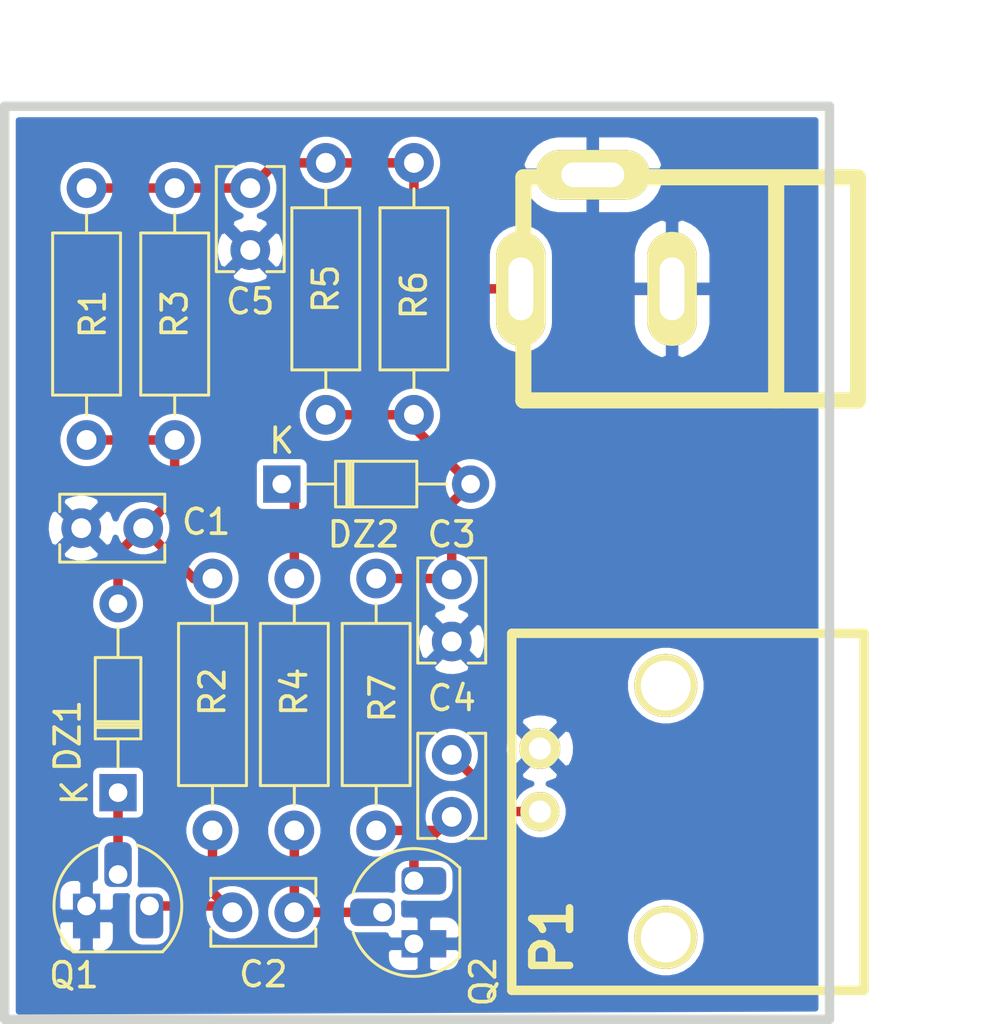
<source format=kicad_pcb>
(kicad_pcb (version 20171130) (host pcbnew "(5.1.5)-3")

  (general
    (thickness 1.6002)
    (drawings 6)
    (tracks 38)
    (zones 0)
    (modules 18)
    (nets 11)
  )

  (page A)
  (title_block
    (title "CW FILTER")
    (date 2021-08-17)
    (rev 1)
    (company "Land Boards LLC")
  )

  (layers
    (0 Front signal)
    (31 Back signal)
    (36 B.SilkS user)
    (37 F.SilkS user)
    (38 B.Mask user)
    (39 F.Mask user)
    (40 Dwgs.User user)
    (44 Edge.Cuts user)
  )

  (setup
    (last_trace_width 0.381)
    (user_trace_width 0.3048)
    (user_trace_width 0.381)
    (user_trace_width 0.635)
    (trace_clearance 0.254)
    (zone_clearance 0.254)
    (zone_45_only no)
    (trace_min 0.2032)
    (via_size 0.889)
    (via_drill 0.635)
    (via_min_size 0.889)
    (via_min_drill 0.508)
    (uvia_size 0.508)
    (uvia_drill 0.127)
    (uvias_allowed no)
    (uvia_min_size 0.508)
    (uvia_min_drill 0.127)
    (edge_width 0.381)
    (segment_width 0.381)
    (pcb_text_width 0.3048)
    (pcb_text_size 1.524 2.032)
    (mod_edge_width 0.381)
    (mod_text_size 1.524 1.524)
    (mod_text_width 0.3048)
    (pad_size 1.524 1.524)
    (pad_drill 0.8128)
    (pad_to_mask_clearance 0.254)
    (aux_axis_origin 147.32 73.8124)
    (grid_origin 0.02 0.0124)
    (visible_elements 7FFFEB7F)
    (pcbplotparams
      (layerselection 0x010f0_ffffffff)
      (usegerberextensions false)
      (usegerberattributes false)
      (usegerberadvancedattributes false)
      (creategerberjobfile false)
      (excludeedgelayer true)
      (linewidth 0.150000)
      (plotframeref false)
      (viasonmask false)
      (mode 1)
      (useauxorigin false)
      (hpglpennumber 1)
      (hpglpenspeed 20)
      (hpglpendiameter 15.000000)
      (psnegative false)
      (psa4output false)
      (plotreference true)
      (plotvalue true)
      (plotinvisibletext false)
      (padsonsilk false)
      (subtractmaskfromsilk false)
      (outputformat 1)
      (mirror false)
      (drillshape 0)
      (scaleselection 1)
      (outputdirectory "plots/"))
  )

  (net 0 "")
  (net 1 GND)
  (net 2 "Net-(C4-Pad1)")
  (net 3 /N1)
  (net 4 /N4)
  (net 5 /N3)
  (net 6 /N6)
  (net 7 /N5)
  (net 8 /+12V)
  (net 9 /N2)
  (net 10 "Net-(DZ2-Pad1)")

  (net_class Default "This is the default net class."
    (clearance 0.254)
    (trace_width 0.2032)
    (via_dia 0.889)
    (via_drill 0.635)
    (uvia_dia 0.508)
    (uvia_drill 0.127)
    (add_net /+12V)
    (add_net /N1)
    (add_net /N2)
    (add_net /N3)
    (add_net /N4)
    (add_net /N5)
    (add_net /N6)
    (add_net GND)
    (add_net "Net-(C4-Pad1)")
    (add_net "Net-(DZ2-Pad1)")
  )

  (module LandBoards_Conns:DCJ-NEW-Slotted (layer Front) (tedit 5D588C00) (tstamp 611E7475)
    (at 82.824 42.6844 180)
    (descr "DC Pwr, 2.1mm Jack")
    (tags "DC Power jack, 2.1mm")
    (path /6121F8A4)
    (fp_text reference J3 (at -0.0508 -6.05028) (layer F.SilkS) hide
      (effects (font (size 1.27 1.27) (thickness 0.3175)))
    )
    (fp_text value DCJ0202 (at -6 0 90) (layer F.SilkS) hide
      (effects (font (size 1.016 1.016) (thickness 0.254)))
    )
    (fp_line (start -4.2 4.5) (end -4.2 -4.5) (layer F.SilkS) (width 0.65))
    (fp_line (start -7.5 -4.5) (end -7.5 4.5) (layer F.SilkS) (width 0.65))
    (fp_line (start -7.5 -4.5) (end 6 -4.5) (layer F.SilkS) (width 0.65))
    (fp_line (start 6 -4.5) (end 6 4.5) (layer F.SilkS) (width 0.65))
    (fp_line (start -7.5 4.5) (end 6 4.5) (layer F.SilkS) (width 0.65))
    (pad 2 thru_hole oval (at 0 0 180) (size 2 4.6) (drill oval 1 2.54) (layers *.Cu *.Mask F.SilkS)
      (net 1 GND))
    (pad 1 thru_hole oval (at 6.1 0 180) (size 2 4.6) (drill oval 1 2.54) (layers *.Cu *.Mask F.SilkS)
      (net 8 /+12V))
    (pad 3 thru_hole oval (at 3.2 4.6 180) (size 4.6 2) (drill oval 2.54 1) (layers *.Cu *.Mask F.SilkS)
      (net 1 GND))
    (model C:/Users/HPz420/Documents/GitHub/land-boards/lb-boards/KiCAD/3D_STP_Files/DC_Jack/DS-201B.step
      (at (xyz 0 0 0))
      (scale (xyz 1 1 1))
      (rotate (xyz 0 0 -90))
    )
  )

  (module Package_TO_SOT_THT:TO-92_HandSolder (layer Front) (tedit 5A282C46) (tstamp 611E73E5)
    (at 59.202 67.5764)
    (descr "TO-92 leads molded, narrow, drill 0.75mm, handsoldering variant with enlarged pads (see NXP sot054_po.pdf)")
    (tags "to-92 sc-43 sc-43a sot54 PA33 transistor")
    (path /611EC0AC)
    (fp_text reference Q1 (at -0.508 2.794) (layer F.SilkS)
      (effects (font (size 1 1) (thickness 0.15)))
    )
    (fp_text value 2N3904 (at 1.27 2.79) (layer F.Fab)
      (effects (font (size 1 1) (thickness 0.15)))
    )
    (fp_text user %R (at 1.27 -4.4) (layer F.Fab)
      (effects (font (size 1 1) (thickness 0.15)))
    )
    (fp_line (start -0.53 1.85) (end 3.07 1.85) (layer F.SilkS) (width 0.12))
    (fp_line (start -0.5 1.75) (end 3 1.75) (layer F.Fab) (width 0.1))
    (fp_line (start -1.46 -3.05) (end 4 -3.05) (layer F.CrtYd) (width 0.05))
    (fp_line (start -1.45 -3.05) (end -1.46 2.01) (layer F.CrtYd) (width 0.05))
    (fp_line (start 4 2.01) (end 4 -3.05) (layer F.CrtYd) (width 0.05))
    (fp_line (start 4 2.01) (end -1.46 2.01) (layer F.CrtYd) (width 0.05))
    (fp_arc (start 1.27 0) (end 1.27 -2.48) (angle 135) (layer F.Fab) (width 0.1))
    (fp_arc (start 1.27 0) (end 0.45 -2.45) (angle -116.9632683) (layer F.SilkS) (width 0.12))
    (fp_arc (start 1.27 0) (end 1.27 -2.48) (angle -135) (layer F.Fab) (width 0.1))
    (fp_arc (start 1.27 0) (end 2.05 -2.45) (angle 117.6433766) (layer F.SilkS) (width 0.12))
    (pad 2 thru_hole roundrect (at 1.27 -1.27) (size 1.1 1.8) (drill 0.75 (offset 0 -0.4)) (layers *.Cu *.Mask) (roundrect_rratio 0.25)
      (net 9 /N2))
    (pad 3 thru_hole roundrect (at 2.54 0) (size 1.1 1.8) (drill 0.75 (offset 0 0.4)) (layers *.Cu *.Mask) (roundrect_rratio 0.25)
      (net 5 /N3))
    (pad 1 thru_hole rect (at 0 0) (size 1.1 1.8) (drill 0.75 (offset 0 0.4)) (layers *.Cu *.Mask)
      (net 1 GND))
    (model ${KISYS3DMOD}/Package_TO_SOT_THT.3dshapes/TO-92.wrl
      (at (xyz 0 0 0))
      (scale (xyz 1 1 1))
      (rotate (xyz 0 0 0))
    )
  )

  (module Package_TO_SOT_THT:TO-92_HandSolder (layer Front) (tedit 5A282C46) (tstamp 611E7448)
    (at 72.41 69.1004 90)
    (descr "TO-92 leads molded, narrow, drill 0.75mm, handsoldering variant with enlarged pads (see NXP sot054_po.pdf)")
    (tags "to-92 sc-43 sc-43a sot54 PA33 transistor")
    (path /611ECF68)
    (fp_text reference Q2 (at -1.524 2.794 90) (layer F.SilkS)
      (effects (font (size 1 1) (thickness 0.15)))
    )
    (fp_text value 2N3904 (at 1.27 2.79 90) (layer F.Fab)
      (effects (font (size 1 1) (thickness 0.15)))
    )
    (fp_arc (start 1.27 0) (end 2.05 -2.45) (angle 117.6433766) (layer F.SilkS) (width 0.12))
    (fp_arc (start 1.27 0) (end 1.27 -2.48) (angle -135) (layer F.Fab) (width 0.1))
    (fp_arc (start 1.27 0) (end 0.45 -2.45) (angle -116.9632683) (layer F.SilkS) (width 0.12))
    (fp_arc (start 1.27 0) (end 1.27 -2.48) (angle 135) (layer F.Fab) (width 0.1))
    (fp_line (start 4 2.01) (end -1.46 2.01) (layer F.CrtYd) (width 0.05))
    (fp_line (start 4 2.01) (end 4 -3.05) (layer F.CrtYd) (width 0.05))
    (fp_line (start -1.45 -3.05) (end -1.46 2.01) (layer F.CrtYd) (width 0.05))
    (fp_line (start -1.46 -3.05) (end 4 -3.05) (layer F.CrtYd) (width 0.05))
    (fp_line (start -0.5 1.75) (end 3 1.75) (layer F.Fab) (width 0.1))
    (fp_line (start -0.53 1.85) (end 3.07 1.85) (layer F.SilkS) (width 0.12))
    (fp_text user %R (at 1.27 -4.4 90) (layer F.Fab)
      (effects (font (size 1 1) (thickness 0.15)))
    )
    (pad 1 thru_hole rect (at 0 0 90) (size 1.1 1.8) (drill 0.75 (offset 0 0.4)) (layers *.Cu *.Mask)
      (net 1 GND))
    (pad 3 thru_hole roundrect (at 2.54 0 90) (size 1.1 1.8) (drill 0.75 (offset 0 0.4)) (layers *.Cu *.Mask) (roundrect_rratio 0.25)
      (net 7 /N5))
    (pad 2 thru_hole roundrect (at 1.27 -1.27 90) (size 1.1 1.8) (drill 0.75 (offset 0 -0.4)) (layers *.Cu *.Mask) (roundrect_rratio 0.25)
      (net 4 /N4))
    (model ${KISYS3DMOD}/Package_TO_SOT_THT.3dshapes/TO-92.wrl
      (at (xyz 0 0 0))
      (scale (xyz 1 1 1))
      (rotate (xyz 0 0 0))
    )
  )

  (module Diode_THT:D_DO-34_SOD68_P7.62mm_Horizontal (layer Front) (tedit 5AE50CD5) (tstamp 61205234)
    (at 60.472 63.0044 90)
    (descr "Diode, DO-34_SOD68 series, Axial, Horizontal, pin pitch=7.62mm, , length*diameter=3.04*1.6mm^2, , https://www.nxp.com/docs/en/data-sheet/KTY83_SER.pdf")
    (tags "Diode DO-34_SOD68 series Axial Horizontal pin pitch 7.62mm  length 3.04mm diameter 1.6mm")
    (path /6120EEAD)
    (fp_text reference DZ1 (at 2.286 -2.032 90) (layer F.SilkS)
      (effects (font (size 1 1) (thickness 0.15)))
    )
    (fp_text value 5V (at 3.81 1.92 90) (layer F.Fab)
      (effects (font (size 1 1) (thickness 0.15)))
    )
    (fp_line (start 2.29 -0.8) (end 2.29 0.8) (layer F.Fab) (width 0.1))
    (fp_line (start 2.29 0.8) (end 5.33 0.8) (layer F.Fab) (width 0.1))
    (fp_line (start 5.33 0.8) (end 5.33 -0.8) (layer F.Fab) (width 0.1))
    (fp_line (start 5.33 -0.8) (end 2.29 -0.8) (layer F.Fab) (width 0.1))
    (fp_line (start 0 0) (end 2.29 0) (layer F.Fab) (width 0.1))
    (fp_line (start 7.62 0) (end 5.33 0) (layer F.Fab) (width 0.1))
    (fp_line (start 2.746 -0.8) (end 2.746 0.8) (layer F.Fab) (width 0.1))
    (fp_line (start 2.846 -0.8) (end 2.846 0.8) (layer F.Fab) (width 0.1))
    (fp_line (start 2.646 -0.8) (end 2.646 0.8) (layer F.Fab) (width 0.1))
    (fp_line (start 2.17 -0.92) (end 2.17 0.92) (layer F.SilkS) (width 0.12))
    (fp_line (start 2.17 0.92) (end 5.45 0.92) (layer F.SilkS) (width 0.12))
    (fp_line (start 5.45 0.92) (end 5.45 -0.92) (layer F.SilkS) (width 0.12))
    (fp_line (start 5.45 -0.92) (end 2.17 -0.92) (layer F.SilkS) (width 0.12))
    (fp_line (start 0.99 0) (end 2.17 0) (layer F.SilkS) (width 0.12))
    (fp_line (start 6.63 0) (end 5.45 0) (layer F.SilkS) (width 0.12))
    (fp_line (start 2.746 -0.92) (end 2.746 0.92) (layer F.SilkS) (width 0.12))
    (fp_line (start 2.866 -0.92) (end 2.866 0.92) (layer F.SilkS) (width 0.12))
    (fp_line (start 2.626 -0.92) (end 2.626 0.92) (layer F.SilkS) (width 0.12))
    (fp_line (start -1 -1.05) (end -1 1.05) (layer F.CrtYd) (width 0.05))
    (fp_line (start -1 1.05) (end 8.63 1.05) (layer F.CrtYd) (width 0.05))
    (fp_line (start 8.63 1.05) (end 8.63 -1.05) (layer F.CrtYd) (width 0.05))
    (fp_line (start 8.63 -1.05) (end -1 -1.05) (layer F.CrtYd) (width 0.05))
    (fp_text user %R (at 4.038 0 90) (layer F.Fab)
      (effects (font (size 0.608 0.608) (thickness 0.0912)))
    )
    (fp_text user K (at 0 -1.75 90) (layer F.Fab)
      (effects (font (size 1 1) (thickness 0.15)))
    )
    (fp_text user K (at 0 -1.75 90) (layer F.SilkS)
      (effects (font (size 1 1) (thickness 0.15)))
    )
    (pad 1 thru_hole rect (at 0 0 90) (size 1.5 1.5) (drill 0.75) (layers *.Cu *.Mask)
      (net 9 /N2))
    (pad 2 thru_hole oval (at 7.62 0 90) (size 1.5 1.5) (drill 0.75) (layers *.Cu *.Mask)
      (net 3 /N1))
    (model ${KISYS3DMOD}/Diode_THT.3dshapes/D_DO-34_SOD68_P7.62mm_Horizontal.wrl
      (at (xyz 0 0 0))
      (scale (xyz 1 1 1))
      (rotate (xyz 0 0 0))
    )
  )

  (module Diode_THT:D_DO-34_SOD68_P7.62mm_Horizontal (layer Front) (tedit 5AE50CD5) (tstamp 61205253)
    (at 67.076 50.5584)
    (descr "Diode, DO-34_SOD68 series, Axial, Horizontal, pin pitch=7.62mm, , length*diameter=3.04*1.6mm^2, , https://www.nxp.com/docs/en/data-sheet/KTY83_SER.pdf")
    (tags "Diode DO-34_SOD68 series Axial Horizontal pin pitch 7.62mm  length 3.04mm diameter 1.6mm")
    (path /6122F3C7)
    (fp_text reference DZ2 (at 3.302 2.032) (layer F.SilkS)
      (effects (font (size 1 1) (thickness 0.15)))
    )
    (fp_text value 5V (at 3.81 1.92) (layer F.Fab)
      (effects (font (size 1 1) (thickness 0.15)))
    )
    (fp_text user K (at 0 -1.75) (layer F.SilkS)
      (effects (font (size 1 1) (thickness 0.15)))
    )
    (fp_text user K (at 0 -1.75) (layer F.Fab)
      (effects (font (size 1 1) (thickness 0.15)))
    )
    (fp_text user %R (at 4.038 0) (layer F.Fab)
      (effects (font (size 0.608 0.608) (thickness 0.0912)))
    )
    (fp_line (start 8.63 -1.05) (end -1 -1.05) (layer F.CrtYd) (width 0.05))
    (fp_line (start 8.63 1.05) (end 8.63 -1.05) (layer F.CrtYd) (width 0.05))
    (fp_line (start -1 1.05) (end 8.63 1.05) (layer F.CrtYd) (width 0.05))
    (fp_line (start -1 -1.05) (end -1 1.05) (layer F.CrtYd) (width 0.05))
    (fp_line (start 2.626 -0.92) (end 2.626 0.92) (layer F.SilkS) (width 0.12))
    (fp_line (start 2.866 -0.92) (end 2.866 0.92) (layer F.SilkS) (width 0.12))
    (fp_line (start 2.746 -0.92) (end 2.746 0.92) (layer F.SilkS) (width 0.12))
    (fp_line (start 6.63 0) (end 5.45 0) (layer F.SilkS) (width 0.12))
    (fp_line (start 0.99 0) (end 2.17 0) (layer F.SilkS) (width 0.12))
    (fp_line (start 5.45 -0.92) (end 2.17 -0.92) (layer F.SilkS) (width 0.12))
    (fp_line (start 5.45 0.92) (end 5.45 -0.92) (layer F.SilkS) (width 0.12))
    (fp_line (start 2.17 0.92) (end 5.45 0.92) (layer F.SilkS) (width 0.12))
    (fp_line (start 2.17 -0.92) (end 2.17 0.92) (layer F.SilkS) (width 0.12))
    (fp_line (start 2.646 -0.8) (end 2.646 0.8) (layer F.Fab) (width 0.1))
    (fp_line (start 2.846 -0.8) (end 2.846 0.8) (layer F.Fab) (width 0.1))
    (fp_line (start 2.746 -0.8) (end 2.746 0.8) (layer F.Fab) (width 0.1))
    (fp_line (start 7.62 0) (end 5.33 0) (layer F.Fab) (width 0.1))
    (fp_line (start 0 0) (end 2.29 0) (layer F.Fab) (width 0.1))
    (fp_line (start 5.33 -0.8) (end 2.29 -0.8) (layer F.Fab) (width 0.1))
    (fp_line (start 5.33 0.8) (end 5.33 -0.8) (layer F.Fab) (width 0.1))
    (fp_line (start 2.29 0.8) (end 5.33 0.8) (layer F.Fab) (width 0.1))
    (fp_line (start 2.29 -0.8) (end 2.29 0.8) (layer F.Fab) (width 0.1))
    (pad 2 thru_hole oval (at 7.62 0) (size 1.5 1.5) (drill 0.75) (layers *.Cu *.Mask)
      (net 6 /N6))
    (pad 1 thru_hole rect (at 0 0) (size 1.5 1.5) (drill 0.75) (layers *.Cu *.Mask)
      (net 10 "Net-(DZ2-Pad1)"))
    (model ${KISYS3DMOD}/Diode_THT.3dshapes/D_DO-34_SOD68_P7.62mm_Horizontal.wrl
      (at (xyz 0 0 0))
      (scale (xyz 1 1 1))
      (rotate (xyz 0 0 0))
    )
  )

  (module LandBoards_Conns:BNC-RT (layer Front) (tedit 5183D213) (tstamp 6120525F)
    (at 77.49 63.7664 270)
    (path /61264FF9)
    (fp_text reference P1 (at 5.08 -0.508 90) (layer F.SilkS)
      (effects (font (size 1.524 1.524) (thickness 0.3048)))
    )
    (fp_text value BNC (at -0.14986 6.2992 90) (layer F.SilkS) hide
      (effects (font (size 1.524 1.524) (thickness 0.3048)))
    )
    (fp_line (start -7.1882 1.1176) (end -7.1882 -13.08354) (layer F.SilkS) (width 0.381))
    (fp_line (start -7.19328 -13.07846) (end 7.20598 -13.07846) (layer F.SilkS) (width 0.381))
    (fp_line (start 7.21106 -13.08354) (end 7.21106 1.1176) (layer F.SilkS) (width 0.381))
    (fp_line (start -7.1882 1.13538) (end 7.21106 1.13538) (layer F.SilkS) (width 0.381))
    (pad 1 thru_hole circle (at 0 0 270) (size 1.5748 1.5748) (drill 0.889) (layers *.Cu *.Mask F.SilkS)
      (net 2 "Net-(C4-Pad1)"))
    (pad 2 thru_hole circle (at -2.54 0 270) (size 1.651 1.651) (drill 0.889) (layers *.Cu *.Mask F.SilkS)
      (net 1 GND))
    (pad "" thru_hole circle (at -5.08 -5.08 270) (size 2.54 2.54) (drill 2.00914) (layers *.Cu *.Mask F.SilkS))
    (pad "" thru_hole circle (at 5.08 -5.08 270) (size 2.54 2.54) (drill 2.00914) (layers *.Cu *.Mask F.SilkS))
  )

  (module Resistor_THT:R_Axial_DIN0207_L6.3mm_D2.5mm_P10.16mm_Horizontal (layer Front) (tedit 5AE5139B) (tstamp 612069CB)
    (at 59.202 48.7804 90)
    (descr "Resistor, Axial_DIN0207 series, Axial, Horizontal, pin pitch=10.16mm, 0.25W = 1/4W, length*diameter=6.3*2.5mm^2, http://cdn-reichelt.de/documents/datenblatt/B400/1_4W%23YAG.pdf")
    (tags "Resistor Axial_DIN0207 series Axial Horizontal pin pitch 10.16mm 0.25W = 1/4W length 6.3mm diameter 2.5mm")
    (path /6121C9A8)
    (fp_text reference R1 (at 5.08 0.254 90) (layer F.SilkS)
      (effects (font (size 1 1) (thickness 0.15)))
    )
    (fp_text value 680 (at 5.08 2.37 90) (layer F.Fab)
      (effects (font (size 1 1) (thickness 0.15)))
    )
    (fp_line (start 1.93 -1.25) (end 1.93 1.25) (layer F.Fab) (width 0.1))
    (fp_line (start 1.93 1.25) (end 8.23 1.25) (layer F.Fab) (width 0.1))
    (fp_line (start 8.23 1.25) (end 8.23 -1.25) (layer F.Fab) (width 0.1))
    (fp_line (start 8.23 -1.25) (end 1.93 -1.25) (layer F.Fab) (width 0.1))
    (fp_line (start 0 0) (end 1.93 0) (layer F.Fab) (width 0.1))
    (fp_line (start 10.16 0) (end 8.23 0) (layer F.Fab) (width 0.1))
    (fp_line (start 1.81 -1.37) (end 1.81 1.37) (layer F.SilkS) (width 0.12))
    (fp_line (start 1.81 1.37) (end 8.35 1.37) (layer F.SilkS) (width 0.12))
    (fp_line (start 8.35 1.37) (end 8.35 -1.37) (layer F.SilkS) (width 0.12))
    (fp_line (start 8.35 -1.37) (end 1.81 -1.37) (layer F.SilkS) (width 0.12))
    (fp_line (start 1.04 0) (end 1.81 0) (layer F.SilkS) (width 0.12))
    (fp_line (start 9.12 0) (end 8.35 0) (layer F.SilkS) (width 0.12))
    (fp_line (start -1.05 -1.5) (end -1.05 1.5) (layer F.CrtYd) (width 0.05))
    (fp_line (start -1.05 1.5) (end 11.21 1.5) (layer F.CrtYd) (width 0.05))
    (fp_line (start 11.21 1.5) (end 11.21 -1.5) (layer F.CrtYd) (width 0.05))
    (fp_line (start 11.21 -1.5) (end -1.05 -1.5) (layer F.CrtYd) (width 0.05))
    (fp_text user %R (at 5.08 0 90) (layer F.Fab)
      (effects (font (size 1 1) (thickness 0.15)))
    )
    (pad 1 thru_hole circle (at 0 0 90) (size 1.6 1.6) (drill 0.8) (layers *.Cu *.Mask)
      (net 3 /N1))
    (pad 2 thru_hole oval (at 10.16 0 90) (size 1.6 1.6) (drill 0.8) (layers *.Cu *.Mask)
      (net 8 /+12V))
    (model ${KISYS3DMOD}/Resistor_THT.3dshapes/R_Axial_DIN0207_L6.3mm_D2.5mm_P10.16mm_Horizontal.wrl
      (at (xyz 0 0 0))
      (scale (xyz 1 1 1))
      (rotate (xyz 0 0 0))
    )
  )

  (module Resistor_THT:R_Axial_DIN0207_L6.3mm_D2.5mm_P10.16mm_Horizontal (layer Front) (tedit 5AE5139B) (tstamp 612069E1)
    (at 64.282 64.5284 90)
    (descr "Resistor, Axial_DIN0207 series, Axial, Horizontal, pin pitch=10.16mm, 0.25W = 1/4W, length*diameter=6.3*2.5mm^2, http://cdn-reichelt.de/documents/datenblatt/B400/1_4W%23YAG.pdf")
    (tags "Resistor Axial_DIN0207 series Axial Horizontal pin pitch 10.16mm 0.25W = 1/4W length 6.3mm diameter 2.5mm")
    (path /61207436)
    (fp_text reference R2 (at 5.588 0 90) (layer F.SilkS)
      (effects (font (size 1 1) (thickness 0.15)))
    )
    (fp_text value 100 (at 5.08 2.37 90) (layer F.Fab)
      (effects (font (size 1 1) (thickness 0.15)))
    )
    (fp_text user %R (at 5.08 0 90) (layer F.Fab)
      (effects (font (size 1 1) (thickness 0.15)))
    )
    (fp_line (start 11.21 -1.5) (end -1.05 -1.5) (layer F.CrtYd) (width 0.05))
    (fp_line (start 11.21 1.5) (end 11.21 -1.5) (layer F.CrtYd) (width 0.05))
    (fp_line (start -1.05 1.5) (end 11.21 1.5) (layer F.CrtYd) (width 0.05))
    (fp_line (start -1.05 -1.5) (end -1.05 1.5) (layer F.CrtYd) (width 0.05))
    (fp_line (start 9.12 0) (end 8.35 0) (layer F.SilkS) (width 0.12))
    (fp_line (start 1.04 0) (end 1.81 0) (layer F.SilkS) (width 0.12))
    (fp_line (start 8.35 -1.37) (end 1.81 -1.37) (layer F.SilkS) (width 0.12))
    (fp_line (start 8.35 1.37) (end 8.35 -1.37) (layer F.SilkS) (width 0.12))
    (fp_line (start 1.81 1.37) (end 8.35 1.37) (layer F.SilkS) (width 0.12))
    (fp_line (start 1.81 -1.37) (end 1.81 1.37) (layer F.SilkS) (width 0.12))
    (fp_line (start 10.16 0) (end 8.23 0) (layer F.Fab) (width 0.1))
    (fp_line (start 0 0) (end 1.93 0) (layer F.Fab) (width 0.1))
    (fp_line (start 8.23 -1.25) (end 1.93 -1.25) (layer F.Fab) (width 0.1))
    (fp_line (start 8.23 1.25) (end 8.23 -1.25) (layer F.Fab) (width 0.1))
    (fp_line (start 1.93 1.25) (end 8.23 1.25) (layer F.Fab) (width 0.1))
    (fp_line (start 1.93 -1.25) (end 1.93 1.25) (layer F.Fab) (width 0.1))
    (pad 2 thru_hole oval (at 10.16 0 90) (size 1.6 1.6) (drill 0.8) (layers *.Cu *.Mask)
      (net 3 /N1))
    (pad 1 thru_hole circle (at 0 0 90) (size 1.6 1.6) (drill 0.8) (layers *.Cu *.Mask)
      (net 5 /N3))
    (model ${KISYS3DMOD}/Resistor_THT.3dshapes/R_Axial_DIN0207_L6.3mm_D2.5mm_P10.16mm_Horizontal.wrl
      (at (xyz 0 0 0))
      (scale (xyz 1 1 1))
      (rotate (xyz 0 0 0))
    )
  )

  (module Resistor_THT:R_Axial_DIN0207_L6.3mm_D2.5mm_P10.16mm_Horizontal (layer Front) (tedit 5AE5139B) (tstamp 612069F7)
    (at 62.758 48.7804 90)
    (descr "Resistor, Axial_DIN0207 series, Axial, Horizontal, pin pitch=10.16mm, 0.25W = 1/4W, length*diameter=6.3*2.5mm^2, http://cdn-reichelt.de/documents/datenblatt/B400/1_4W%23YAG.pdf")
    (tags "Resistor Axial_DIN0207 series Axial Horizontal pin pitch 10.16mm 0.25W = 1/4W length 6.3mm diameter 2.5mm")
    (path /6121674F)
    (fp_text reference R3 (at 5.08 0 90) (layer F.SilkS)
      (effects (font (size 1 1) (thickness 0.15)))
    )
    (fp_text value 680 (at 5.08 2.37 90) (layer F.Fab)
      (effects (font (size 1 1) (thickness 0.15)))
    )
    (fp_text user %R (at 5.08 0 90) (layer F.Fab)
      (effects (font (size 1 1) (thickness 0.15)))
    )
    (fp_line (start 11.21 -1.5) (end -1.05 -1.5) (layer F.CrtYd) (width 0.05))
    (fp_line (start 11.21 1.5) (end 11.21 -1.5) (layer F.CrtYd) (width 0.05))
    (fp_line (start -1.05 1.5) (end 11.21 1.5) (layer F.CrtYd) (width 0.05))
    (fp_line (start -1.05 -1.5) (end -1.05 1.5) (layer F.CrtYd) (width 0.05))
    (fp_line (start 9.12 0) (end 8.35 0) (layer F.SilkS) (width 0.12))
    (fp_line (start 1.04 0) (end 1.81 0) (layer F.SilkS) (width 0.12))
    (fp_line (start 8.35 -1.37) (end 1.81 -1.37) (layer F.SilkS) (width 0.12))
    (fp_line (start 8.35 1.37) (end 8.35 -1.37) (layer F.SilkS) (width 0.12))
    (fp_line (start 1.81 1.37) (end 8.35 1.37) (layer F.SilkS) (width 0.12))
    (fp_line (start 1.81 -1.37) (end 1.81 1.37) (layer F.SilkS) (width 0.12))
    (fp_line (start 10.16 0) (end 8.23 0) (layer F.Fab) (width 0.1))
    (fp_line (start 0 0) (end 1.93 0) (layer F.Fab) (width 0.1))
    (fp_line (start 8.23 -1.25) (end 1.93 -1.25) (layer F.Fab) (width 0.1))
    (fp_line (start 8.23 1.25) (end 8.23 -1.25) (layer F.Fab) (width 0.1))
    (fp_line (start 1.93 1.25) (end 8.23 1.25) (layer F.Fab) (width 0.1))
    (fp_line (start 1.93 -1.25) (end 1.93 1.25) (layer F.Fab) (width 0.1))
    (pad 2 thru_hole oval (at 10.16 0 90) (size 1.6 1.6) (drill 0.8) (layers *.Cu *.Mask)
      (net 8 /+12V))
    (pad 1 thru_hole circle (at 0 0 90) (size 1.6 1.6) (drill 0.8) (layers *.Cu *.Mask)
      (net 3 /N1))
    (model ${KISYS3DMOD}/Resistor_THT.3dshapes/R_Axial_DIN0207_L6.3mm_D2.5mm_P10.16mm_Horizontal.wrl
      (at (xyz 0 0 0))
      (scale (xyz 1 1 1))
      (rotate (xyz 0 0 0))
    )
  )

  (module Resistor_THT:R_Axial_DIN0207_L6.3mm_D2.5mm_P10.16mm_Horizontal (layer Front) (tedit 5AE5139B) (tstamp 61206A0D)
    (at 67.584 64.5284 90)
    (descr "Resistor, Axial_DIN0207 series, Axial, Horizontal, pin pitch=10.16mm, 0.25W = 1/4W, length*diameter=6.3*2.5mm^2, http://cdn-reichelt.de/documents/datenblatt/B400/1_4W%23YAG.pdf")
    (tags "Resistor Axial_DIN0207 series Axial Horizontal pin pitch 10.16mm 0.25W = 1/4W length 6.3mm diameter 2.5mm")
    (path /6122B752)
    (fp_text reference R4 (at 5.588 0 90) (layer F.SilkS)
      (effects (font (size 1 1) (thickness 0.15)))
    )
    (fp_text value 510 (at 5.08 2.37 90) (layer F.Fab)
      (effects (font (size 1 1) (thickness 0.15)))
    )
    (fp_text user %R (at 5.08 0 90) (layer F.Fab)
      (effects (font (size 1 1) (thickness 0.15)))
    )
    (fp_line (start 11.21 -1.5) (end -1.05 -1.5) (layer F.CrtYd) (width 0.05))
    (fp_line (start 11.21 1.5) (end 11.21 -1.5) (layer F.CrtYd) (width 0.05))
    (fp_line (start -1.05 1.5) (end 11.21 1.5) (layer F.CrtYd) (width 0.05))
    (fp_line (start -1.05 -1.5) (end -1.05 1.5) (layer F.CrtYd) (width 0.05))
    (fp_line (start 9.12 0) (end 8.35 0) (layer F.SilkS) (width 0.12))
    (fp_line (start 1.04 0) (end 1.81 0) (layer F.SilkS) (width 0.12))
    (fp_line (start 8.35 -1.37) (end 1.81 -1.37) (layer F.SilkS) (width 0.12))
    (fp_line (start 8.35 1.37) (end 8.35 -1.37) (layer F.SilkS) (width 0.12))
    (fp_line (start 1.81 1.37) (end 8.35 1.37) (layer F.SilkS) (width 0.12))
    (fp_line (start 1.81 -1.37) (end 1.81 1.37) (layer F.SilkS) (width 0.12))
    (fp_line (start 10.16 0) (end 8.23 0) (layer F.Fab) (width 0.1))
    (fp_line (start 0 0) (end 1.93 0) (layer F.Fab) (width 0.1))
    (fp_line (start 8.23 -1.25) (end 1.93 -1.25) (layer F.Fab) (width 0.1))
    (fp_line (start 8.23 1.25) (end 8.23 -1.25) (layer F.Fab) (width 0.1))
    (fp_line (start 1.93 1.25) (end 8.23 1.25) (layer F.Fab) (width 0.1))
    (fp_line (start 1.93 -1.25) (end 1.93 1.25) (layer F.Fab) (width 0.1))
    (pad 2 thru_hole oval (at 10.16 0 90) (size 1.6 1.6) (drill 0.8) (layers *.Cu *.Mask)
      (net 10 "Net-(DZ2-Pad1)"))
    (pad 1 thru_hole circle (at 0 0 90) (size 1.6 1.6) (drill 0.8) (layers *.Cu *.Mask)
      (net 4 /N4))
    (model ${KISYS3DMOD}/Resistor_THT.3dshapes/R_Axial_DIN0207_L6.3mm_D2.5mm_P10.16mm_Horizontal.wrl
      (at (xyz 0 0 0))
      (scale (xyz 1 1 1))
      (rotate (xyz 0 0 0))
    )
  )

  (module Resistor_THT:R_Axial_DIN0207_L6.3mm_D2.5mm_P10.16mm_Horizontal (layer Front) (tedit 5AE5139B) (tstamp 61206A23)
    (at 68.854 47.7644 90)
    (descr "Resistor, Axial_DIN0207 series, Axial, Horizontal, pin pitch=10.16mm, 0.25W = 1/4W, length*diameter=6.3*2.5mm^2, http://cdn-reichelt.de/documents/datenblatt/B400/1_4W%23YAG.pdf")
    (tags "Resistor Axial_DIN0207 series Axial Horizontal pin pitch 10.16mm 0.25W = 1/4W length 6.3mm diameter 2.5mm")
    (path /61236699)
    (fp_text reference R5 (at 5.08 0 90) (layer F.SilkS)
      (effects (font (size 1 1) (thickness 0.15)))
    )
    (fp_text value 680 (at 5.08 2.37 90) (layer F.Fab)
      (effects (font (size 1 1) (thickness 0.15)))
    )
    (fp_line (start 1.93 -1.25) (end 1.93 1.25) (layer F.Fab) (width 0.1))
    (fp_line (start 1.93 1.25) (end 8.23 1.25) (layer F.Fab) (width 0.1))
    (fp_line (start 8.23 1.25) (end 8.23 -1.25) (layer F.Fab) (width 0.1))
    (fp_line (start 8.23 -1.25) (end 1.93 -1.25) (layer F.Fab) (width 0.1))
    (fp_line (start 0 0) (end 1.93 0) (layer F.Fab) (width 0.1))
    (fp_line (start 10.16 0) (end 8.23 0) (layer F.Fab) (width 0.1))
    (fp_line (start 1.81 -1.37) (end 1.81 1.37) (layer F.SilkS) (width 0.12))
    (fp_line (start 1.81 1.37) (end 8.35 1.37) (layer F.SilkS) (width 0.12))
    (fp_line (start 8.35 1.37) (end 8.35 -1.37) (layer F.SilkS) (width 0.12))
    (fp_line (start 8.35 -1.37) (end 1.81 -1.37) (layer F.SilkS) (width 0.12))
    (fp_line (start 1.04 0) (end 1.81 0) (layer F.SilkS) (width 0.12))
    (fp_line (start 9.12 0) (end 8.35 0) (layer F.SilkS) (width 0.12))
    (fp_line (start -1.05 -1.5) (end -1.05 1.5) (layer F.CrtYd) (width 0.05))
    (fp_line (start -1.05 1.5) (end 11.21 1.5) (layer F.CrtYd) (width 0.05))
    (fp_line (start 11.21 1.5) (end 11.21 -1.5) (layer F.CrtYd) (width 0.05))
    (fp_line (start 11.21 -1.5) (end -1.05 -1.5) (layer F.CrtYd) (width 0.05))
    (fp_text user %R (at 5.08 0 90) (layer F.Fab)
      (effects (font (size 1 1) (thickness 0.15)))
    )
    (pad 1 thru_hole circle (at 0 0 90) (size 1.6 1.6) (drill 0.8) (layers *.Cu *.Mask)
      (net 6 /N6))
    (pad 2 thru_hole oval (at 10.16 0 90) (size 1.6 1.6) (drill 0.8) (layers *.Cu *.Mask)
      (net 8 /+12V))
    (model ${KISYS3DMOD}/Resistor_THT.3dshapes/R_Axial_DIN0207_L6.3mm_D2.5mm_P10.16mm_Horizontal.wrl
      (at (xyz 0 0 0))
      (scale (xyz 1 1 1))
      (rotate (xyz 0 0 0))
    )
  )

  (module Resistor_THT:R_Axial_DIN0207_L6.3mm_D2.5mm_P10.16mm_Horizontal (layer Front) (tedit 5AE5139B) (tstamp 61206A39)
    (at 72.41 47.7644 90)
    (descr "Resistor, Axial_DIN0207 series, Axial, Horizontal, pin pitch=10.16mm, 0.25W = 1/4W, length*diameter=6.3*2.5mm^2, http://cdn-reichelt.de/documents/datenblatt/B400/1_4W%23YAG.pdf")
    (tags "Resistor Axial_DIN0207 series Axial Horizontal pin pitch 10.16mm 0.25W = 1/4W length 6.3mm diameter 2.5mm")
    (path /6123668F)
    (fp_text reference R6 (at 4.826 0 90) (layer F.SilkS)
      (effects (font (size 1 1) (thickness 0.15)))
    )
    (fp_text value 680 (at 5.08 2.37 90) (layer F.Fab)
      (effects (font (size 1 1) (thickness 0.15)))
    )
    (fp_line (start 1.93 -1.25) (end 1.93 1.25) (layer F.Fab) (width 0.1))
    (fp_line (start 1.93 1.25) (end 8.23 1.25) (layer F.Fab) (width 0.1))
    (fp_line (start 8.23 1.25) (end 8.23 -1.25) (layer F.Fab) (width 0.1))
    (fp_line (start 8.23 -1.25) (end 1.93 -1.25) (layer F.Fab) (width 0.1))
    (fp_line (start 0 0) (end 1.93 0) (layer F.Fab) (width 0.1))
    (fp_line (start 10.16 0) (end 8.23 0) (layer F.Fab) (width 0.1))
    (fp_line (start 1.81 -1.37) (end 1.81 1.37) (layer F.SilkS) (width 0.12))
    (fp_line (start 1.81 1.37) (end 8.35 1.37) (layer F.SilkS) (width 0.12))
    (fp_line (start 8.35 1.37) (end 8.35 -1.37) (layer F.SilkS) (width 0.12))
    (fp_line (start 8.35 -1.37) (end 1.81 -1.37) (layer F.SilkS) (width 0.12))
    (fp_line (start 1.04 0) (end 1.81 0) (layer F.SilkS) (width 0.12))
    (fp_line (start 9.12 0) (end 8.35 0) (layer F.SilkS) (width 0.12))
    (fp_line (start -1.05 -1.5) (end -1.05 1.5) (layer F.CrtYd) (width 0.05))
    (fp_line (start -1.05 1.5) (end 11.21 1.5) (layer F.CrtYd) (width 0.05))
    (fp_line (start 11.21 1.5) (end 11.21 -1.5) (layer F.CrtYd) (width 0.05))
    (fp_line (start 11.21 -1.5) (end -1.05 -1.5) (layer F.CrtYd) (width 0.05))
    (fp_text user %R (at 5.08 0 90) (layer F.Fab)
      (effects (font (size 1 1) (thickness 0.15)))
    )
    (pad 1 thru_hole circle (at 0 0 90) (size 1.6 1.6) (drill 0.8) (layers *.Cu *.Mask)
      (net 6 /N6))
    (pad 2 thru_hole oval (at 10.16 0 90) (size 1.6 1.6) (drill 0.8) (layers *.Cu *.Mask)
      (net 8 /+12V))
    (model ${KISYS3DMOD}/Resistor_THT.3dshapes/R_Axial_DIN0207_L6.3mm_D2.5mm_P10.16mm_Horizontal.wrl
      (at (xyz 0 0 0))
      (scale (xyz 1 1 1))
      (rotate (xyz 0 0 0))
    )
  )

  (module Resistor_THT:R_Axial_DIN0207_L6.3mm_D2.5mm_P10.16mm_Horizontal (layer Front) (tedit 5AE5139B) (tstamp 61206A4F)
    (at 70.886 64.5284 90)
    (descr "Resistor, Axial_DIN0207 series, Axial, Horizontal, pin pitch=10.16mm, 0.25W = 1/4W, length*diameter=6.3*2.5mm^2, http://cdn-reichelt.de/documents/datenblatt/B400/1_4W%23YAG.pdf")
    (tags "Resistor Axial_DIN0207 series Axial Horizontal pin pitch 10.16mm 0.25W = 1/4W length 6.3mm diameter 2.5mm")
    (path /61224546)
    (fp_text reference R7 (at 5.334 0.254 90) (layer F.SilkS)
      (effects (font (size 1 1) (thickness 0.15)))
    )
    (fp_text value 51 (at 5.08 2.37 90) (layer F.Fab)
      (effects (font (size 1 1) (thickness 0.15)))
    )
    (fp_line (start 1.93 -1.25) (end 1.93 1.25) (layer F.Fab) (width 0.1))
    (fp_line (start 1.93 1.25) (end 8.23 1.25) (layer F.Fab) (width 0.1))
    (fp_line (start 8.23 1.25) (end 8.23 -1.25) (layer F.Fab) (width 0.1))
    (fp_line (start 8.23 -1.25) (end 1.93 -1.25) (layer F.Fab) (width 0.1))
    (fp_line (start 0 0) (end 1.93 0) (layer F.Fab) (width 0.1))
    (fp_line (start 10.16 0) (end 8.23 0) (layer F.Fab) (width 0.1))
    (fp_line (start 1.81 -1.37) (end 1.81 1.37) (layer F.SilkS) (width 0.12))
    (fp_line (start 1.81 1.37) (end 8.35 1.37) (layer F.SilkS) (width 0.12))
    (fp_line (start 8.35 1.37) (end 8.35 -1.37) (layer F.SilkS) (width 0.12))
    (fp_line (start 8.35 -1.37) (end 1.81 -1.37) (layer F.SilkS) (width 0.12))
    (fp_line (start 1.04 0) (end 1.81 0) (layer F.SilkS) (width 0.12))
    (fp_line (start 9.12 0) (end 8.35 0) (layer F.SilkS) (width 0.12))
    (fp_line (start -1.05 -1.5) (end -1.05 1.5) (layer F.CrtYd) (width 0.05))
    (fp_line (start -1.05 1.5) (end 11.21 1.5) (layer F.CrtYd) (width 0.05))
    (fp_line (start 11.21 1.5) (end 11.21 -1.5) (layer F.CrtYd) (width 0.05))
    (fp_line (start 11.21 -1.5) (end -1.05 -1.5) (layer F.CrtYd) (width 0.05))
    (fp_text user %R (at 5.08 0 90) (layer F.Fab)
      (effects (font (size 1 1) (thickness 0.15)))
    )
    (pad 1 thru_hole circle (at 0 0 90) (size 1.6 1.6) (drill 0.8) (layers *.Cu *.Mask)
      (net 7 /N5))
    (pad 2 thru_hole oval (at 10.16 0 90) (size 1.6 1.6) (drill 0.8) (layers *.Cu *.Mask)
      (net 6 /N6))
    (model ${KISYS3DMOD}/Resistor_THT.3dshapes/R_Axial_DIN0207_L6.3mm_D2.5mm_P10.16mm_Horizontal.wrl
      (at (xyz 0 0 0))
      (scale (xyz 1 1 1))
      (rotate (xyz 0 0 0))
    )
  )

  (module Capacitor_THT:C_Rect_L4.0mm_W2.5mm_P2.50mm (layer Front) (tedit 5AE50EF0) (tstamp 612075EE)
    (at 61.488 52.3364 180)
    (descr "C, Rect series, Radial, pin pitch=2.50mm, , length*width=4*2.5mm^2, Capacitor")
    (tags "C Rect series Radial pin pitch 2.50mm  length 4mm width 2.5mm Capacitor")
    (path /6120F78B)
    (fp_text reference C1 (at -2.54 0.254) (layer F.SilkS)
      (effects (font (size 1 1) (thickness 0.15)))
    )
    (fp_text value 81PF (at 1.25 2.5) (layer F.Fab)
      (effects (font (size 1 1) (thickness 0.15)))
    )
    (fp_text user %R (at 1.25 0) (layer F.Fab)
      (effects (font (size 0.8 0.8) (thickness 0.12)))
    )
    (fp_line (start 3.55 -1.5) (end -1.05 -1.5) (layer F.CrtYd) (width 0.05))
    (fp_line (start 3.55 1.5) (end 3.55 -1.5) (layer F.CrtYd) (width 0.05))
    (fp_line (start -1.05 1.5) (end 3.55 1.5) (layer F.CrtYd) (width 0.05))
    (fp_line (start -1.05 -1.5) (end -1.05 1.5) (layer F.CrtYd) (width 0.05))
    (fp_line (start 3.37 0.665) (end 3.37 1.37) (layer F.SilkS) (width 0.12))
    (fp_line (start 3.37 -1.37) (end 3.37 -0.665) (layer F.SilkS) (width 0.12))
    (fp_line (start -0.87 0.665) (end -0.87 1.37) (layer F.SilkS) (width 0.12))
    (fp_line (start -0.87 -1.37) (end -0.87 -0.665) (layer F.SilkS) (width 0.12))
    (fp_line (start -0.87 1.37) (end 3.37 1.37) (layer F.SilkS) (width 0.12))
    (fp_line (start -0.87 -1.37) (end 3.37 -1.37) (layer F.SilkS) (width 0.12))
    (fp_line (start 3.25 -1.25) (end -0.75 -1.25) (layer F.Fab) (width 0.1))
    (fp_line (start 3.25 1.25) (end 3.25 -1.25) (layer F.Fab) (width 0.1))
    (fp_line (start -0.75 1.25) (end 3.25 1.25) (layer F.Fab) (width 0.1))
    (fp_line (start -0.75 -1.25) (end -0.75 1.25) (layer F.Fab) (width 0.1))
    (pad 2 thru_hole circle (at 2.5 0 180) (size 1.6 1.6) (drill 0.8) (layers *.Cu *.Mask)
      (net 1 GND))
    (pad 1 thru_hole circle (at 0 0 180) (size 1.6 1.6) (drill 0.8) (layers *.Cu *.Mask)
      (net 3 /N1))
    (model ${KISYS3DMOD}/Capacitor_THT.3dshapes/C_Rect_L4.0mm_W2.5mm_P2.50mm.wrl
      (at (xyz 0 0 0))
      (scale (xyz 1 1 1))
      (rotate (xyz 0 0 0))
    )
  )

  (module Capacitor_THT:C_Rect_L4.0mm_W2.5mm_P2.50mm (layer Front) (tedit 5AE50EF0) (tstamp 61207602)
    (at 67.584 67.8304 180)
    (descr "C, Rect series, Radial, pin pitch=2.50mm, , length*width=4*2.5mm^2, Capacitor")
    (tags "C Rect series Radial pin pitch 2.50mm  length 4mm width 2.5mm Capacitor")
    (path /61221B5C)
    (fp_text reference C2 (at 1.25 -2.5) (layer F.SilkS)
      (effects (font (size 1 1) (thickness 0.15)))
    )
    (fp_text value 0.01uF (at 1.25 2.5) (layer F.Fab)
      (effects (font (size 1 1) (thickness 0.15)))
    )
    (fp_line (start -0.75 -1.25) (end -0.75 1.25) (layer F.Fab) (width 0.1))
    (fp_line (start -0.75 1.25) (end 3.25 1.25) (layer F.Fab) (width 0.1))
    (fp_line (start 3.25 1.25) (end 3.25 -1.25) (layer F.Fab) (width 0.1))
    (fp_line (start 3.25 -1.25) (end -0.75 -1.25) (layer F.Fab) (width 0.1))
    (fp_line (start -0.87 -1.37) (end 3.37 -1.37) (layer F.SilkS) (width 0.12))
    (fp_line (start -0.87 1.37) (end 3.37 1.37) (layer F.SilkS) (width 0.12))
    (fp_line (start -0.87 -1.37) (end -0.87 -0.665) (layer F.SilkS) (width 0.12))
    (fp_line (start -0.87 0.665) (end -0.87 1.37) (layer F.SilkS) (width 0.12))
    (fp_line (start 3.37 -1.37) (end 3.37 -0.665) (layer F.SilkS) (width 0.12))
    (fp_line (start 3.37 0.665) (end 3.37 1.37) (layer F.SilkS) (width 0.12))
    (fp_line (start -1.05 -1.5) (end -1.05 1.5) (layer F.CrtYd) (width 0.05))
    (fp_line (start -1.05 1.5) (end 3.55 1.5) (layer F.CrtYd) (width 0.05))
    (fp_line (start 3.55 1.5) (end 3.55 -1.5) (layer F.CrtYd) (width 0.05))
    (fp_line (start 3.55 -1.5) (end -1.05 -1.5) (layer F.CrtYd) (width 0.05))
    (fp_text user %R (at 1.25 0) (layer F.Fab)
      (effects (font (size 0.8 0.8) (thickness 0.12)))
    )
    (pad 1 thru_hole circle (at 0 0 180) (size 1.6 1.6) (drill 0.8) (layers *.Cu *.Mask)
      (net 4 /N4))
    (pad 2 thru_hole circle (at 2.5 0 180) (size 1.6 1.6) (drill 0.8) (layers *.Cu *.Mask)
      (net 5 /N3))
    (model ${KISYS3DMOD}/Capacitor_THT.3dshapes/C_Rect_L4.0mm_W2.5mm_P2.50mm.wrl
      (at (xyz 0 0 0))
      (scale (xyz 1 1 1))
      (rotate (xyz 0 0 0))
    )
  )

  (module Capacitor_THT:C_Rect_L4.0mm_W2.5mm_P2.50mm (layer Front) (tedit 5AE50EF0) (tstamp 61207616)
    (at 73.934 56.9084 90)
    (descr "C, Rect series, Radial, pin pitch=2.50mm, , length*width=4*2.5mm^2, Capacitor")
    (tags "C Rect series Radial pin pitch 2.50mm  length 4mm width 2.5mm Capacitor")
    (path /6126AD07)
    (fp_text reference C3 (at 4.318 0 180) (layer F.SilkS)
      (effects (font (size 1 1) (thickness 0.15)))
    )
    (fp_text value 0.01uF (at 1.25 2.5 90) (layer F.Fab)
      (effects (font (size 1 1) (thickness 0.15)))
    )
    (fp_text user %R (at 1.25 0 90) (layer F.Fab)
      (effects (font (size 0.8 0.8) (thickness 0.12)))
    )
    (fp_line (start 3.55 -1.5) (end -1.05 -1.5) (layer F.CrtYd) (width 0.05))
    (fp_line (start 3.55 1.5) (end 3.55 -1.5) (layer F.CrtYd) (width 0.05))
    (fp_line (start -1.05 1.5) (end 3.55 1.5) (layer F.CrtYd) (width 0.05))
    (fp_line (start -1.05 -1.5) (end -1.05 1.5) (layer F.CrtYd) (width 0.05))
    (fp_line (start 3.37 0.665) (end 3.37 1.37) (layer F.SilkS) (width 0.12))
    (fp_line (start 3.37 -1.37) (end 3.37 -0.665) (layer F.SilkS) (width 0.12))
    (fp_line (start -0.87 0.665) (end -0.87 1.37) (layer F.SilkS) (width 0.12))
    (fp_line (start -0.87 -1.37) (end -0.87 -0.665) (layer F.SilkS) (width 0.12))
    (fp_line (start -0.87 1.37) (end 3.37 1.37) (layer F.SilkS) (width 0.12))
    (fp_line (start -0.87 -1.37) (end 3.37 -1.37) (layer F.SilkS) (width 0.12))
    (fp_line (start 3.25 -1.25) (end -0.75 -1.25) (layer F.Fab) (width 0.1))
    (fp_line (start 3.25 1.25) (end 3.25 -1.25) (layer F.Fab) (width 0.1))
    (fp_line (start -0.75 1.25) (end 3.25 1.25) (layer F.Fab) (width 0.1))
    (fp_line (start -0.75 -1.25) (end -0.75 1.25) (layer F.Fab) (width 0.1))
    (pad 2 thru_hole circle (at 2.5 0 90) (size 1.6 1.6) (drill 0.8) (layers *.Cu *.Mask)
      (net 6 /N6))
    (pad 1 thru_hole circle (at 0 0 90) (size 1.6 1.6) (drill 0.8) (layers *.Cu *.Mask)
      (net 1 GND))
    (model ${KISYS3DMOD}/Capacitor_THT.3dshapes/C_Rect_L4.0mm_W2.5mm_P2.50mm.wrl
      (at (xyz 0 0 0))
      (scale (xyz 1 1 1))
      (rotate (xyz 0 0 0))
    )
  )

  (module Capacitor_THT:C_Rect_L4.0mm_W2.5mm_P2.50mm (layer Front) (tedit 5AE50EF0) (tstamp 6120762A)
    (at 73.934 61.4804 270)
    (descr "C, Rect series, Radial, pin pitch=2.50mm, , length*width=4*2.5mm^2, Capacitor")
    (tags "C Rect series Radial pin pitch 2.50mm  length 4mm width 2.5mm Capacitor")
    (path /6125C979)
    (fp_text reference C4 (at -2.286 0 180) (layer F.SilkS)
      (effects (font (size 1 1) (thickness 0.15)))
    )
    (fp_text value 0.01uF (at 1.25 2.5 90) (layer F.Fab)
      (effects (font (size 1 1) (thickness 0.15)))
    )
    (fp_line (start -0.75 -1.25) (end -0.75 1.25) (layer F.Fab) (width 0.1))
    (fp_line (start -0.75 1.25) (end 3.25 1.25) (layer F.Fab) (width 0.1))
    (fp_line (start 3.25 1.25) (end 3.25 -1.25) (layer F.Fab) (width 0.1))
    (fp_line (start 3.25 -1.25) (end -0.75 -1.25) (layer F.Fab) (width 0.1))
    (fp_line (start -0.87 -1.37) (end 3.37 -1.37) (layer F.SilkS) (width 0.12))
    (fp_line (start -0.87 1.37) (end 3.37 1.37) (layer F.SilkS) (width 0.12))
    (fp_line (start -0.87 -1.37) (end -0.87 -0.665) (layer F.SilkS) (width 0.12))
    (fp_line (start -0.87 0.665) (end -0.87 1.37) (layer F.SilkS) (width 0.12))
    (fp_line (start 3.37 -1.37) (end 3.37 -0.665) (layer F.SilkS) (width 0.12))
    (fp_line (start 3.37 0.665) (end 3.37 1.37) (layer F.SilkS) (width 0.12))
    (fp_line (start -1.05 -1.5) (end -1.05 1.5) (layer F.CrtYd) (width 0.05))
    (fp_line (start -1.05 1.5) (end 3.55 1.5) (layer F.CrtYd) (width 0.05))
    (fp_line (start 3.55 1.5) (end 3.55 -1.5) (layer F.CrtYd) (width 0.05))
    (fp_line (start 3.55 -1.5) (end -1.05 -1.5) (layer F.CrtYd) (width 0.05))
    (fp_text user %R (at 1.25 0 90) (layer F.Fab)
      (effects (font (size 0.8 0.8) (thickness 0.12)))
    )
    (pad 1 thru_hole circle (at 0 0 270) (size 1.6 1.6) (drill 0.8) (layers *.Cu *.Mask)
      (net 2 "Net-(C4-Pad1)"))
    (pad 2 thru_hole circle (at 2.5 0 270) (size 1.6 1.6) (drill 0.8) (layers *.Cu *.Mask)
      (net 7 /N5))
    (model ${KISYS3DMOD}/Capacitor_THT.3dshapes/C_Rect_L4.0mm_W2.5mm_P2.50mm.wrl
      (at (xyz 0 0 0))
      (scale (xyz 1 1 1))
      (rotate (xyz 0 0 0))
    )
  )

  (module Capacitor_THT:C_Rect_L4.0mm_W2.5mm_P2.50mm (layer Front) (tedit 5AE50EF0) (tstamp 6120763E)
    (at 65.806 38.6204 270)
    (descr "C, Rect series, Radial, pin pitch=2.50mm, , length*width=4*2.5mm^2, Capacitor")
    (tags "C Rect series Radial pin pitch 2.50mm  length 4mm width 2.5mm Capacitor")
    (path /6128FC77)
    (fp_text reference C5 (at 4.572 0 180) (layer F.SilkS)
      (effects (font (size 1 1) (thickness 0.15)))
    )
    (fp_text value 81PF (at 1.25 2.5 90) (layer F.Fab)
      (effects (font (size 1 1) (thickness 0.15)))
    )
    (fp_line (start -0.75 -1.25) (end -0.75 1.25) (layer F.Fab) (width 0.1))
    (fp_line (start -0.75 1.25) (end 3.25 1.25) (layer F.Fab) (width 0.1))
    (fp_line (start 3.25 1.25) (end 3.25 -1.25) (layer F.Fab) (width 0.1))
    (fp_line (start 3.25 -1.25) (end -0.75 -1.25) (layer F.Fab) (width 0.1))
    (fp_line (start -0.87 -1.37) (end 3.37 -1.37) (layer F.SilkS) (width 0.12))
    (fp_line (start -0.87 1.37) (end 3.37 1.37) (layer F.SilkS) (width 0.12))
    (fp_line (start -0.87 -1.37) (end -0.87 -0.665) (layer F.SilkS) (width 0.12))
    (fp_line (start -0.87 0.665) (end -0.87 1.37) (layer F.SilkS) (width 0.12))
    (fp_line (start 3.37 -1.37) (end 3.37 -0.665) (layer F.SilkS) (width 0.12))
    (fp_line (start 3.37 0.665) (end 3.37 1.37) (layer F.SilkS) (width 0.12))
    (fp_line (start -1.05 -1.5) (end -1.05 1.5) (layer F.CrtYd) (width 0.05))
    (fp_line (start -1.05 1.5) (end 3.55 1.5) (layer F.CrtYd) (width 0.05))
    (fp_line (start 3.55 1.5) (end 3.55 -1.5) (layer F.CrtYd) (width 0.05))
    (fp_line (start 3.55 -1.5) (end -1.05 -1.5) (layer F.CrtYd) (width 0.05))
    (fp_text user %R (at 1.25 0 90) (layer F.Fab)
      (effects (font (size 0.8 0.8) (thickness 0.12)))
    )
    (pad 1 thru_hole circle (at 0 0 270) (size 1.6 1.6) (drill 0.8) (layers *.Cu *.Mask)
      (net 8 /+12V))
    (pad 2 thru_hole circle (at 2.5 0 270) (size 1.6 1.6) (drill 0.8) (layers *.Cu *.Mask)
      (net 1 GND))
    (model ${KISYS3DMOD}/Capacitor_THT.3dshapes/C_Rect_L4.0mm_W2.5mm_P2.50mm.wrl
      (at (xyz 0 0 0))
      (scale (xyz 1 1 1))
      (rotate (xyz 0 0 0))
    )
  )

  (dimension 36.83 (width 0.381) (layer Dwgs.User)
    (gr_text "1.4500 in" (at 94.769 53.7334 90) (layer Dwgs.User)
      (effects (font (size 1 1) (thickness 0.15)))
    )
    (feature1 (pts (xy 89.174 35.3184) (xy 93.824421 35.3184)))
    (feature2 (pts (xy 89.174 72.1484) (xy 93.824421 72.1484)))
    (crossbar (pts (xy 93.238 72.1484) (xy 93.238 35.3184)))
    (arrow1a (pts (xy 93.238 35.3184) (xy 93.824421 36.444904)))
    (arrow1b (pts (xy 93.238 35.3184) (xy 92.651579 36.444904)))
    (arrow2a (pts (xy 93.238 72.1484) (xy 93.824421 71.021896)))
    (arrow2b (pts (xy 93.238 72.1484) (xy 92.651579 71.021896)))
  )
  (dimension 33.274 (width 0.381) (layer Dwgs.User)
    (gr_text "1.3100 in" (at 72.537 31.5014) (layer Dwgs.User)
      (effects (font (size 1 1) (thickness 0.15)))
    )
    (feature1 (pts (xy 89.174 35.3184) (xy 89.174 32.445979)))
    (feature2 (pts (xy 55.9 35.3184) (xy 55.9 32.445979)))
    (crossbar (pts (xy 55.9 33.0324) (xy 89.174 33.0324)))
    (arrow1a (pts (xy 89.174 33.0324) (xy 88.047496 33.618821)))
    (arrow1b (pts (xy 89.174 33.0324) (xy 88.047496 32.445979)))
    (arrow2a (pts (xy 55.9 33.0324) (xy 57.026504 33.618821)))
    (arrow2b (pts (xy 55.9 33.0324) (xy 57.026504 32.445979)))
  )
  (gr_line (start 55.9 72.1484) (end 55.9 35.3184) (layer Edge.Cuts) (width 0.381) (tstamp 61207BCC))
  (gr_line (start 89.174 72.1484) (end 55.9 72.1484) (layer Edge.Cuts) (width 0.381))
  (gr_line (start 89.174 35.3184) (end 89.174 72.1484) (layer Edge.Cuts) (width 0.381))
  (gr_line (start 55.9 35.3184) (end 89.174 35.3184) (layer Edge.Cuts) (width 0.381))

  (segment (start 76.22 63.7664) (end 77.49 63.7664) (width 0.381) (layer Front) (net 2))
  (segment (start 73.934 61.4804) (end 76.22 63.7664) (width 0.381) (layer Front) (net 2))
  (segment (start 59.202 48.7804) (end 62.758 48.7804) (width 0.381) (layer Front) (net 3))
  (segment (start 62.758 51.0664) (end 62.758 48.7804) (width 0.381) (layer Front) (net 3))
  (segment (start 61.488 52.3364) (end 62.758 51.0664) (width 0.381) (layer Front) (net 3))
  (segment (start 63.52 54.3684) (end 61.488 52.3364) (width 0.381) (layer Front) (net 3))
  (segment (start 64.282 54.3684) (end 63.52 54.3684) (width 0.381) (layer Front) (net 3))
  (segment (start 60.472 53.3524) (end 61.488 52.3364) (width 0.381) (layer Front) (net 3))
  (segment (start 60.472 55.3844) (end 60.472 53.3524) (width 0.381) (layer Front) (net 3))
  (segment (start 67.584 67.8304) (end 67.584 64.5284) (width 0.381) (layer Front) (net 4))
  (segment (start 71.14 67.8304) (end 67.584 67.8304) (width 0.381) (layer Front) (net 4))
  (segment (start 64.83 67.5764) (end 65.084 67.8304) (width 0.381) (layer Front) (net 5))
  (segment (start 61.742 67.5764) (end 64.83 67.5764) (width 0.381) (layer Front) (net 5))
  (segment (start 64.282 67.0284) (end 65.084 67.8304) (width 0.381) (layer Front) (net 5))
  (segment (start 64.282 64.5284) (end 64.282 67.0284) (width 0.381) (layer Front) (net 5))
  (segment (start 68.854 47.7644) (end 72.41 47.7644) (width 0.381) (layer Front) (net 6))
  (segment (start 72.41 48.2724) (end 74.696 50.5584) (width 0.381) (layer Front) (net 6))
  (segment (start 72.41 47.7644) (end 72.41 48.2724) (width 0.381) (layer Front) (net 6))
  (segment (start 73.934 51.3204) (end 74.696 50.5584) (width 0.381) (layer Front) (net 6))
  (segment (start 73.934 54.4084) (end 73.934 51.3204) (width 0.381) (layer Front) (net 6))
  (segment (start 73.894 54.3684) (end 73.934 54.4084) (width 0.381) (layer Front) (net 6))
  (segment (start 70.886 54.3684) (end 73.894 54.3684) (width 0.381) (layer Front) (net 6))
  (segment (start 72.41 65.5044) (end 73.934 63.9804) (width 0.381) (layer Front) (net 7))
  (segment (start 72.41 66.5604) (end 72.41 65.5044) (width 0.381) (layer Front) (net 7))
  (segment (start 73.386 64.5284) (end 73.934 63.9804) (width 0.381) (layer Front) (net 7))
  (segment (start 70.886 64.5284) (end 73.386 64.5284) (width 0.381) (layer Front) (net 7))
  (segment (start 59.202 38.6204) (end 62.758 38.6204) (width 0.381) (layer Front) (net 8))
  (segment (start 62.758 38.6204) (end 65.806 38.6204) (width 0.381) (layer Front) (net 8))
  (segment (start 66.822 37.6044) (end 65.806 38.6204) (width 0.381) (layer Front) (net 8))
  (segment (start 68.854 37.6044) (end 66.822 37.6044) (width 0.381) (layer Front) (net 8))
  (segment (start 68.854 37.6044) (end 72.41 37.6044) (width 0.381) (layer Front) (net 8))
  (segment (start 75.343 42.6844) (end 72.41 39.7514) (width 0.381) (layer Front) (net 8))
  (segment (start 72.41 38.73577) (end 72.41 37.6044) (width 0.381) (layer Front) (net 8))
  (segment (start 72.41 39.7514) (end 72.41 38.73577) (width 0.381) (layer Front) (net 8))
  (segment (start 76.724 42.6844) (end 75.343 42.6844) (width 0.381) (layer Front) (net 8))
  (segment (start 60.472 63.0044) (end 60.472 66.3064) (width 0.381) (layer Front) (net 9))
  (segment (start 67.584 51.0664) (end 67.076 50.5584) (width 0.381) (layer Front) (net 10))
  (segment (start 67.584 54.3684) (end 67.584 51.0664) (width 0.381) (layer Front) (net 10))

  (zone (net 1) (net_name GND) (layer Back) (tstamp 0) (hatch edge 0.508)
    (connect_pads (clearance 0.254))
    (min_thickness 0.254)
    (fill yes (arc_segments 32) (thermal_gap 0.508) (thermal_bridge_width 0.508))
    (polygon
      (pts
        (xy 89.174 71.8309) (xy 55.9 71.9579) (xy 55.9 35.3184) (xy 89.174 35.1914)
      )
    )
    (filled_polygon
      (pts
        (xy 88.602501 71.706081) (xy 56.4715 71.828717) (xy 56.4715 69.6504) (xy 71.271928 69.6504) (xy 71.284188 69.774882)
        (xy 71.320498 69.89458) (xy 71.379463 70.004894) (xy 71.458815 70.101585) (xy 71.555506 70.180937) (xy 71.66582 70.239902)
        (xy 71.785518 70.276212) (xy 71.91 70.288472) (xy 72.52425 70.2854) (xy 72.683 70.12665) (xy 72.683 69.2274)
        (xy 72.937 69.2274) (xy 72.937 70.12665) (xy 73.09575 70.2854) (xy 73.71 70.288472) (xy 73.834482 70.276212)
        (xy 73.95418 70.239902) (xy 74.064494 70.180937) (xy 74.161185 70.101585) (xy 74.240537 70.004894) (xy 74.299502 69.89458)
        (xy 74.335812 69.774882) (xy 74.348072 69.6504) (xy 74.345 69.38615) (xy 74.18625 69.2274) (xy 72.937 69.2274)
        (xy 72.683 69.2274) (xy 71.43375 69.2274) (xy 71.275 69.38615) (xy 71.271928 69.6504) (xy 56.4715 69.6504)
        (xy 56.4715 68.8764) (xy 58.013928 68.8764) (xy 58.026188 69.000882) (xy 58.062498 69.12058) (xy 58.121463 69.230894)
        (xy 58.200815 69.327585) (xy 58.297506 69.406937) (xy 58.40782 69.465902) (xy 58.527518 69.502212) (xy 58.652 69.514472)
        (xy 58.91625 69.5114) (xy 59.075 69.35265) (xy 59.075 68.1034) (xy 59.329 68.1034) (xy 59.329 69.35265)
        (xy 59.48775 69.5114) (xy 59.752 69.514472) (xy 59.876482 69.502212) (xy 59.99618 69.465902) (xy 60.106494 69.406937)
        (xy 60.203185 69.327585) (xy 60.282537 69.230894) (xy 60.341502 69.12058) (xy 60.377812 69.000882) (xy 60.390072 68.8764)
        (xy 60.387 68.26215) (xy 60.22825 68.1034) (xy 59.329 68.1034) (xy 59.075 68.1034) (xy 58.17575 68.1034)
        (xy 58.017 68.26215) (xy 58.013928 68.8764) (xy 56.4715 68.8764) (xy 56.4715 67.0764) (xy 58.013928 67.0764)
        (xy 58.017 67.69065) (xy 58.17575 67.8494) (xy 59.075 67.8494) (xy 59.075 66.60015) (xy 59.329 66.60015)
        (xy 59.329 67.8494) (xy 60.22825 67.8494) (xy 60.387 67.69065) (xy 60.389508 67.189243) (xy 60.747 67.189243)
        (xy 60.834675 67.180608) (xy 60.821797 67.223061) (xy 60.809157 67.3514) (xy 60.809157 68.6014) (xy 60.821797 68.729739)
        (xy 60.859232 68.853146) (xy 60.920024 68.966878) (xy 61.001835 69.066565) (xy 61.101522 69.148376) (xy 61.215254 69.209168)
        (xy 61.338661 69.246603) (xy 61.467 69.259243) (xy 62.017 69.259243) (xy 62.145339 69.246603) (xy 62.268746 69.209168)
        (xy 62.382478 69.148376) (xy 62.482165 69.066565) (xy 62.563976 68.966878) (xy 62.624768 68.853146) (xy 62.662203 68.729739)
        (xy 62.674843 68.6014) (xy 62.674843 67.714082) (xy 63.903 67.714082) (xy 63.903 67.946718) (xy 63.948386 68.174885)
        (xy 64.037412 68.389813) (xy 64.166658 68.583243) (xy 64.331157 68.747742) (xy 64.524587 68.876988) (xy 64.739515 68.966014)
        (xy 64.967682 69.0114) (xy 65.200318 69.0114) (xy 65.428485 68.966014) (xy 65.643413 68.876988) (xy 65.836843 68.747742)
        (xy 66.001342 68.583243) (xy 66.130588 68.389813) (xy 66.219614 68.174885) (xy 66.265 67.946718) (xy 66.265 67.714082)
        (xy 66.403 67.714082) (xy 66.403 67.946718) (xy 66.448386 68.174885) (xy 66.537412 68.389813) (xy 66.666658 68.583243)
        (xy 66.831157 68.747742) (xy 67.024587 68.876988) (xy 67.239515 68.966014) (xy 67.467682 69.0114) (xy 67.700318 69.0114)
        (xy 67.928485 68.966014) (xy 68.143413 68.876988) (xy 68.336843 68.747742) (xy 68.501342 68.583243) (xy 68.630588 68.389813)
        (xy 68.719614 68.174885) (xy 68.765 67.946718) (xy 68.765 67.714082) (xy 68.733436 67.5554) (xy 69.457157 67.5554)
        (xy 69.457157 68.1054) (xy 69.469797 68.233739) (xy 69.507232 68.357146) (xy 69.568024 68.470878) (xy 69.649835 68.570565)
        (xy 69.749522 68.652376) (xy 69.863254 68.713168) (xy 69.986661 68.750603) (xy 70.115 68.763243) (xy 71.274402 68.763243)
        (xy 71.275 68.81465) (xy 71.43375 68.9734) (xy 72.683 68.9734) (xy 72.683 68.07415) (xy 72.937 68.07415)
        (xy 72.937 68.9734) (xy 74.18625 68.9734) (xy 74.345 68.81465) (xy 74.346521 68.683791) (xy 80.919 68.683791)
        (xy 80.919 69.009009) (xy 80.982447 69.327979) (xy 81.106903 69.628442) (xy 81.287585 69.898851) (xy 81.517549 70.128815)
        (xy 81.787958 70.309497) (xy 82.088421 70.433953) (xy 82.407391 70.4974) (xy 82.732609 70.4974) (xy 83.051579 70.433953)
        (xy 83.352042 70.309497) (xy 83.622451 70.128815) (xy 83.852415 69.898851) (xy 84.033097 69.628442) (xy 84.157553 69.327979)
        (xy 84.221 69.009009) (xy 84.221 68.683791) (xy 84.157553 68.364821) (xy 84.033097 68.064358) (xy 83.852415 67.793949)
        (xy 83.622451 67.563985) (xy 83.352042 67.383303) (xy 83.051579 67.258847) (xy 82.732609 67.1954) (xy 82.407391 67.1954)
        (xy 82.088421 67.258847) (xy 81.787958 67.383303) (xy 81.517549 67.563985) (xy 81.287585 67.793949) (xy 81.106903 68.064358)
        (xy 80.982447 68.364821) (xy 80.919 68.683791) (xy 74.346521 68.683791) (xy 74.348072 68.5504) (xy 74.335812 68.425918)
        (xy 74.299502 68.30622) (xy 74.240537 68.195906) (xy 74.161185 68.099215) (xy 74.064494 68.019863) (xy 73.95418 67.960898)
        (xy 73.834482 67.924588) (xy 73.71 67.912328) (xy 73.09575 67.9154) (xy 72.937 68.07415) (xy 72.683 68.07415)
        (xy 72.52425 67.9154) (xy 72.022843 67.912892) (xy 72.022843 67.5554) (xy 72.014208 67.467725) (xy 72.056661 67.480603)
        (xy 72.185 67.493243) (xy 73.435 67.493243) (xy 73.563339 67.480603) (xy 73.686746 67.443168) (xy 73.800478 67.382376)
        (xy 73.900165 67.300565) (xy 73.981976 67.200878) (xy 74.042768 67.087146) (xy 74.080203 66.963739) (xy 74.092843 66.8354)
        (xy 74.092843 66.2854) (xy 74.080203 66.157061) (xy 74.042768 66.033654) (xy 73.981976 65.919922) (xy 73.900165 65.820235)
        (xy 73.800478 65.738424) (xy 73.686746 65.677632) (xy 73.563339 65.640197) (xy 73.435 65.627557) (xy 72.185 65.627557)
        (xy 72.056661 65.640197) (xy 71.933254 65.677632) (xy 71.819522 65.738424) (xy 71.719835 65.820235) (xy 71.638024 65.919922)
        (xy 71.577232 66.033654) (xy 71.539797 66.157061) (xy 71.527157 66.2854) (xy 71.527157 66.8354) (xy 71.535792 66.923075)
        (xy 71.493339 66.910197) (xy 71.365 66.897557) (xy 70.115 66.897557) (xy 69.986661 66.910197) (xy 69.863254 66.947632)
        (xy 69.749522 67.008424) (xy 69.649835 67.090235) (xy 69.568024 67.189922) (xy 69.507232 67.303654) (xy 69.469797 67.427061)
        (xy 69.457157 67.5554) (xy 68.733436 67.5554) (xy 68.719614 67.485915) (xy 68.630588 67.270987) (xy 68.501342 67.077557)
        (xy 68.336843 66.913058) (xy 68.143413 66.783812) (xy 67.928485 66.694786) (xy 67.700318 66.6494) (xy 67.467682 66.6494)
        (xy 67.239515 66.694786) (xy 67.024587 66.783812) (xy 66.831157 66.913058) (xy 66.666658 67.077557) (xy 66.537412 67.270987)
        (xy 66.448386 67.485915) (xy 66.403 67.714082) (xy 66.265 67.714082) (xy 66.219614 67.485915) (xy 66.130588 67.270987)
        (xy 66.001342 67.077557) (xy 65.836843 66.913058) (xy 65.643413 66.783812) (xy 65.428485 66.694786) (xy 65.200318 66.6494)
        (xy 64.967682 66.6494) (xy 64.739515 66.694786) (xy 64.524587 66.783812) (xy 64.331157 66.913058) (xy 64.166658 67.077557)
        (xy 64.037412 67.270987) (xy 63.948386 67.485915) (xy 63.903 67.714082) (xy 62.674843 67.714082) (xy 62.674843 67.3514)
        (xy 62.662203 67.223061) (xy 62.624768 67.099654) (xy 62.563976 66.985922) (xy 62.482165 66.886235) (xy 62.382478 66.804424)
        (xy 62.268746 66.743632) (xy 62.145339 66.706197) (xy 62.017 66.693557) (xy 61.467 66.693557) (xy 61.379325 66.702192)
        (xy 61.392203 66.659739) (xy 61.404843 66.5314) (xy 61.404843 65.2814) (xy 61.392203 65.153061) (xy 61.354768 65.029654)
        (xy 61.293976 64.915922) (xy 61.212165 64.816235) (xy 61.112478 64.734424) (xy 60.998746 64.673632) (xy 60.875339 64.636197)
        (xy 60.747 64.623557) (xy 60.197 64.623557) (xy 60.068661 64.636197) (xy 59.945254 64.673632) (xy 59.831522 64.734424)
        (xy 59.731835 64.816235) (xy 59.650024 64.915922) (xy 59.589232 65.029654) (xy 59.551797 65.153061) (xy 59.539157 65.2814)
        (xy 59.539157 66.440802) (xy 59.48775 66.4414) (xy 59.329 66.60015) (xy 59.075 66.60015) (xy 58.91625 66.4414)
        (xy 58.652 66.438328) (xy 58.527518 66.450588) (xy 58.40782 66.486898) (xy 58.297506 66.545863) (xy 58.200815 66.625215)
        (xy 58.121463 66.721906) (xy 58.062498 66.83222) (xy 58.026188 66.951918) (xy 58.013928 67.0764) (xy 56.4715 67.0764)
        (xy 56.4715 64.412082) (xy 63.101 64.412082) (xy 63.101 64.644718) (xy 63.146386 64.872885) (xy 63.235412 65.087813)
        (xy 63.364658 65.281243) (xy 63.529157 65.445742) (xy 63.722587 65.574988) (xy 63.937515 65.664014) (xy 64.165682 65.7094)
        (xy 64.398318 65.7094) (xy 64.626485 65.664014) (xy 64.841413 65.574988) (xy 65.034843 65.445742) (xy 65.199342 65.281243)
        (xy 65.328588 65.087813) (xy 65.417614 64.872885) (xy 65.463 64.644718) (xy 65.463 64.412082) (xy 66.403 64.412082)
        (xy 66.403 64.644718) (xy 66.448386 64.872885) (xy 66.537412 65.087813) (xy 66.666658 65.281243) (xy 66.831157 65.445742)
        (xy 67.024587 65.574988) (xy 67.239515 65.664014) (xy 67.467682 65.7094) (xy 67.700318 65.7094) (xy 67.928485 65.664014)
        (xy 68.143413 65.574988) (xy 68.336843 65.445742) (xy 68.501342 65.281243) (xy 68.630588 65.087813) (xy 68.719614 64.872885)
        (xy 68.765 64.644718) (xy 68.765 64.412082) (xy 69.705 64.412082) (xy 69.705 64.644718) (xy 69.750386 64.872885)
        (xy 69.839412 65.087813) (xy 69.968658 65.281243) (xy 70.133157 65.445742) (xy 70.326587 65.574988) (xy 70.541515 65.664014)
        (xy 70.769682 65.7094) (xy 71.002318 65.7094) (xy 71.230485 65.664014) (xy 71.445413 65.574988) (xy 71.638843 65.445742)
        (xy 71.803342 65.281243) (xy 71.932588 65.087813) (xy 72.021614 64.872885) (xy 72.067 64.644718) (xy 72.067 64.412082)
        (xy 72.021614 64.183915) (xy 71.932588 63.968987) (xy 71.862493 63.864082) (xy 72.753 63.864082) (xy 72.753 64.096718)
        (xy 72.798386 64.324885) (xy 72.887412 64.539813) (xy 73.016658 64.733243) (xy 73.181157 64.897742) (xy 73.374587 65.026988)
        (xy 73.589515 65.116014) (xy 73.817682 65.1614) (xy 74.050318 65.1614) (xy 74.278485 65.116014) (xy 74.493413 65.026988)
        (xy 74.686843 64.897742) (xy 74.851342 64.733243) (xy 74.980588 64.539813) (xy 75.069614 64.324885) (xy 75.115 64.096718)
        (xy 75.115 63.864082) (xy 75.072679 63.651323) (xy 76.3216 63.651323) (xy 76.3216 63.881477) (xy 76.366501 64.10721)
        (xy 76.454578 64.319845) (xy 76.582445 64.511211) (xy 76.745189 64.673955) (xy 76.936555 64.801822) (xy 77.14919 64.889899)
        (xy 77.374923 64.9348) (xy 77.605077 64.9348) (xy 77.83081 64.889899) (xy 78.043445 64.801822) (xy 78.234811 64.673955)
        (xy 78.397555 64.511211) (xy 78.525422 64.319845) (xy 78.613499 64.10721) (xy 78.6584 63.881477) (xy 78.6584 63.651323)
        (xy 78.613499 63.42559) (xy 78.525422 63.212955) (xy 78.397555 63.021589) (xy 78.234811 62.858845) (xy 78.043445 62.730978)
        (xy 77.846966 62.649593) (xy 78.115196 62.554137) (xy 78.246633 62.483881) (xy 78.321304 62.237309) (xy 77.49 61.406005)
        (xy 76.658696 62.237309) (xy 76.733367 62.483881) (xy 76.993228 62.607331) (xy 77.143518 62.64525) (xy 76.936555 62.730978)
        (xy 76.745189 62.858845) (xy 76.582445 63.021589) (xy 76.454578 63.212955) (xy 76.366501 63.42559) (xy 76.3216 63.651323)
        (xy 75.072679 63.651323) (xy 75.069614 63.635915) (xy 74.980588 63.420987) (xy 74.851342 63.227557) (xy 74.686843 63.063058)
        (xy 74.493413 62.933812) (xy 74.278485 62.844786) (xy 74.050318 62.7994) (xy 73.817682 62.7994) (xy 73.589515 62.844786)
        (xy 73.374587 62.933812) (xy 73.181157 63.063058) (xy 73.016658 63.227557) (xy 72.887412 63.420987) (xy 72.798386 63.635915)
        (xy 72.753 63.864082) (xy 71.862493 63.864082) (xy 71.803342 63.775557) (xy 71.638843 63.611058) (xy 71.445413 63.481812)
        (xy 71.230485 63.392786) (xy 71.002318 63.3474) (xy 70.769682 63.3474) (xy 70.541515 63.392786) (xy 70.326587 63.481812)
        (xy 70.133157 63.611058) (xy 69.968658 63.775557) (xy 69.839412 63.968987) (xy 69.750386 64.183915) (xy 69.705 64.412082)
        (xy 68.765 64.412082) (xy 68.719614 64.183915) (xy 68.630588 63.968987) (xy 68.501342 63.775557) (xy 68.336843 63.611058)
        (xy 68.143413 63.481812) (xy 67.928485 63.392786) (xy 67.700318 63.3474) (xy 67.467682 63.3474) (xy 67.239515 63.392786)
        (xy 67.024587 63.481812) (xy 66.831157 63.611058) (xy 66.666658 63.775557) (xy 66.537412 63.968987) (xy 66.448386 64.183915)
        (xy 66.403 64.412082) (xy 65.463 64.412082) (xy 65.417614 64.183915) (xy 65.328588 63.968987) (xy 65.199342 63.775557)
        (xy 65.034843 63.611058) (xy 64.841413 63.481812) (xy 64.626485 63.392786) (xy 64.398318 63.3474) (xy 64.165682 63.3474)
        (xy 63.937515 63.392786) (xy 63.722587 63.481812) (xy 63.529157 63.611058) (xy 63.364658 63.775557) (xy 63.235412 63.968987)
        (xy 63.146386 64.183915) (xy 63.101 64.412082) (xy 56.4715 64.412082) (xy 56.4715 62.2544) (xy 59.339157 62.2544)
        (xy 59.339157 63.7544) (xy 59.346513 63.829089) (xy 59.368299 63.900908) (xy 59.403678 63.967096) (xy 59.451289 64.025111)
        (xy 59.509304 64.072722) (xy 59.575492 64.108101) (xy 59.647311 64.129887) (xy 59.722 64.137243) (xy 61.222 64.137243)
        (xy 61.296689 64.129887) (xy 61.368508 64.108101) (xy 61.434696 64.072722) (xy 61.492711 64.025111) (xy 61.540322 63.967096)
        (xy 61.575701 63.900908) (xy 61.597487 63.829089) (xy 61.604843 63.7544) (xy 61.604843 62.2544) (xy 61.597487 62.179711)
        (xy 61.575701 62.107892) (xy 61.540322 62.041704) (xy 61.492711 61.983689) (xy 61.434696 61.936078) (xy 61.368508 61.900699)
        (xy 61.296689 61.878913) (xy 61.222 61.871557) (xy 59.722 61.871557) (xy 59.647311 61.878913) (xy 59.575492 61.900699)
        (xy 59.509304 61.936078) (xy 59.451289 61.983689) (xy 59.403678 62.041704) (xy 59.368299 62.107892) (xy 59.346513 62.179711)
        (xy 59.339157 62.2544) (xy 56.4715 62.2544) (xy 56.4715 61.364082) (xy 72.753 61.364082) (xy 72.753 61.596718)
        (xy 72.798386 61.824885) (xy 72.887412 62.039813) (xy 73.016658 62.233243) (xy 73.181157 62.397742) (xy 73.374587 62.526988)
        (xy 73.589515 62.616014) (xy 73.817682 62.6614) (xy 74.050318 62.6614) (xy 74.278485 62.616014) (xy 74.493413 62.526988)
        (xy 74.686843 62.397742) (xy 74.851342 62.233243) (xy 74.980588 62.039813) (xy 75.069614 61.824885) (xy 75.115 61.596718)
        (xy 75.115 61.364082) (xy 75.101438 61.295902) (xy 76.024079 61.295902) (xy 76.065806 61.580554) (xy 76.162263 61.851596)
        (xy 76.232519 61.983033) (xy 76.479091 62.057704) (xy 77.310395 61.2264) (xy 77.669605 61.2264) (xy 78.500909 62.057704)
        (xy 78.747481 61.983033) (xy 78.870931 61.723172) (xy 78.941313 61.44422) (xy 78.955921 61.156898) (xy 78.914194 60.872246)
        (xy 78.817737 60.601204) (xy 78.747481 60.469767) (xy 78.500909 60.395096) (xy 77.669605 61.2264) (xy 77.310395 61.2264)
        (xy 76.479091 60.395096) (xy 76.232519 60.469767) (xy 76.109069 60.729628) (xy 76.038687 61.00858) (xy 76.024079 61.295902)
        (xy 75.101438 61.295902) (xy 75.069614 61.135915) (xy 74.980588 60.920987) (xy 74.851342 60.727557) (xy 74.686843 60.563058)
        (xy 74.493413 60.433812) (xy 74.278485 60.344786) (xy 74.050318 60.2994) (xy 73.817682 60.2994) (xy 73.589515 60.344786)
        (xy 73.374587 60.433812) (xy 73.181157 60.563058) (xy 73.016658 60.727557) (xy 72.887412 60.920987) (xy 72.798386 61.135915)
        (xy 72.753 61.364082) (xy 56.4715 61.364082) (xy 56.4715 60.215491) (xy 76.658696 60.215491) (xy 77.49 61.046795)
        (xy 78.321304 60.215491) (xy 78.246633 59.968919) (xy 77.986772 59.845469) (xy 77.70782 59.775087) (xy 77.420498 59.760479)
        (xy 77.135846 59.802206) (xy 76.864804 59.898663) (xy 76.733367 59.968919) (xy 76.658696 60.215491) (xy 56.4715 60.215491)
        (xy 56.4715 58.523791) (xy 80.919 58.523791) (xy 80.919 58.849009) (xy 80.982447 59.167979) (xy 81.106903 59.468442)
        (xy 81.287585 59.738851) (xy 81.517549 59.968815) (xy 81.787958 60.149497) (xy 82.088421 60.273953) (xy 82.407391 60.3374)
        (xy 82.732609 60.3374) (xy 83.051579 60.273953) (xy 83.352042 60.149497) (xy 83.622451 59.968815) (xy 83.852415 59.738851)
        (xy 84.033097 59.468442) (xy 84.157553 59.167979) (xy 84.221 58.849009) (xy 84.221 58.523791) (xy 84.157553 58.204821)
        (xy 84.033097 57.904358) (xy 83.852415 57.633949) (xy 83.622451 57.403985) (xy 83.352042 57.223303) (xy 83.051579 57.098847)
        (xy 82.732609 57.0354) (xy 82.407391 57.0354) (xy 82.088421 57.098847) (xy 81.787958 57.223303) (xy 81.517549 57.403985)
        (xy 81.287585 57.633949) (xy 81.106903 57.904358) (xy 80.982447 58.204821) (xy 80.919 58.523791) (xy 56.4715 58.523791)
        (xy 56.4715 57.901102) (xy 73.120903 57.901102) (xy 73.192486 58.145071) (xy 73.447996 58.265971) (xy 73.722184 58.3347)
        (xy 74.004512 58.348617) (xy 74.28413 58.307187) (xy 74.550292 58.212003) (xy 74.675514 58.145071) (xy 74.747097 57.901102)
        (xy 73.934 57.088005) (xy 73.120903 57.901102) (xy 56.4715 57.901102) (xy 56.4715 56.978912) (xy 72.493783 56.978912)
        (xy 72.535213 57.25853) (xy 72.630397 57.524692) (xy 72.697329 57.649914) (xy 72.941298 57.721497) (xy 73.754395 56.9084)
        (xy 74.113605 56.9084) (xy 74.926702 57.721497) (xy 75.170671 57.649914) (xy 75.291571 57.394404) (xy 75.3603 57.120216)
        (xy 75.374217 56.837888) (xy 75.332787 56.55827) (xy 75.237603 56.292108) (xy 75.170671 56.166886) (xy 74.926702 56.095303)
        (xy 74.113605 56.9084) (xy 73.754395 56.9084) (xy 72.941298 56.095303) (xy 72.697329 56.166886) (xy 72.576429 56.422396)
        (xy 72.5077 56.696584) (xy 72.493783 56.978912) (xy 56.4715 56.978912) (xy 56.4715 55.273006) (xy 59.341 55.273006)
        (xy 59.341 55.495794) (xy 59.384464 55.7143) (xy 59.469721 55.920129) (xy 59.593495 56.10537) (xy 59.75103 56.262905)
        (xy 59.936271 56.386679) (xy 60.1421 56.471936) (xy 60.360606 56.5154) (xy 60.583394 56.5154) (xy 60.8019 56.471936)
        (xy 61.007729 56.386679) (xy 61.19297 56.262905) (xy 61.350505 56.10537) (xy 61.474279 55.920129) (xy 61.559536 55.7143)
        (xy 61.603 55.495794) (xy 61.603 55.273006) (xy 61.559536 55.0545) (xy 61.474279 54.848671) (xy 61.350505 54.66343)
        (xy 61.19297 54.505895) (xy 61.007729 54.382121) (xy 60.8019 54.296864) (xy 60.583394 54.2534) (xy 60.360606 54.2534)
        (xy 60.1421 54.296864) (xy 59.936271 54.382121) (xy 59.75103 54.505895) (xy 59.593495 54.66343) (xy 59.469721 54.848671)
        (xy 59.384464 55.0545) (xy 59.341 55.273006) (xy 56.4715 55.273006) (xy 56.4715 54.252082) (xy 63.101 54.252082)
        (xy 63.101 54.484718) (xy 63.146386 54.712885) (xy 63.235412 54.927813) (xy 63.364658 55.121243) (xy 63.529157 55.285742)
        (xy 63.722587 55.414988) (xy 63.937515 55.504014) (xy 64.165682 55.5494) (xy 64.398318 55.5494) (xy 64.626485 55.504014)
        (xy 64.841413 55.414988) (xy 65.034843 55.285742) (xy 65.199342 55.121243) (xy 65.328588 54.927813) (xy 65.417614 54.712885)
        (xy 65.463 54.484718) (xy 65.463 54.252082) (xy 66.403 54.252082) (xy 66.403 54.484718) (xy 66.448386 54.712885)
        (xy 66.537412 54.927813) (xy 66.666658 55.121243) (xy 66.831157 55.285742) (xy 67.024587 55.414988) (xy 67.239515 55.504014)
        (xy 67.467682 55.5494) (xy 67.700318 55.5494) (xy 67.928485 55.504014) (xy 68.143413 55.414988) (xy 68.336843 55.285742)
        (xy 68.501342 55.121243) (xy 68.630588 54.927813) (xy 68.719614 54.712885) (xy 68.765 54.484718) (xy 68.765 54.252082)
        (xy 69.705 54.252082) (xy 69.705 54.484718) (xy 69.750386 54.712885) (xy 69.839412 54.927813) (xy 69.968658 55.121243)
        (xy 70.133157 55.285742) (xy 70.326587 55.414988) (xy 70.541515 55.504014) (xy 70.769682 55.5494) (xy 71.002318 55.5494)
        (xy 71.230485 55.504014) (xy 71.445413 55.414988) (xy 71.638843 55.285742) (xy 71.803342 55.121243) (xy 71.932588 54.927813)
        (xy 72.021614 54.712885) (xy 72.067 54.484718) (xy 72.067 54.292082) (xy 72.753 54.292082) (xy 72.753 54.524718)
        (xy 72.798386 54.752885) (xy 72.887412 54.967813) (xy 73.016658 55.161243) (xy 73.181157 55.325742) (xy 73.374587 55.454988)
        (xy 73.542329 55.524469) (xy 73.317708 55.604797) (xy 73.192486 55.671729) (xy 73.120903 55.915698) (xy 73.934 56.728795)
        (xy 74.747097 55.915698) (xy 74.675514 55.671729) (xy 74.420004 55.550829) (xy 74.321589 55.52616) (xy 74.493413 55.454988)
        (xy 74.686843 55.325742) (xy 74.851342 55.161243) (xy 74.980588 54.967813) (xy 75.069614 54.752885) (xy 75.115 54.524718)
        (xy 75.115 54.292082) (xy 75.069614 54.063915) (xy 74.980588 53.848987) (xy 74.851342 53.655557) (xy 74.686843 53.491058)
        (xy 74.493413 53.361812) (xy 74.278485 53.272786) (xy 74.050318 53.2274) (xy 73.817682 53.2274) (xy 73.589515 53.272786)
        (xy 73.374587 53.361812) (xy 73.181157 53.491058) (xy 73.016658 53.655557) (xy 72.887412 53.848987) (xy 72.798386 54.063915)
        (xy 72.753 54.292082) (xy 72.067 54.292082) (xy 72.067 54.252082) (xy 72.021614 54.023915) (xy 71.932588 53.808987)
        (xy 71.803342 53.615557) (xy 71.638843 53.451058) (xy 71.445413 53.321812) (xy 71.230485 53.232786) (xy 71.002318 53.1874)
        (xy 70.769682 53.1874) (xy 70.541515 53.232786) (xy 70.326587 53.321812) (xy 70.133157 53.451058) (xy 69.968658 53.615557)
        (xy 69.839412 53.808987) (xy 69.750386 54.023915) (xy 69.705 54.252082) (xy 68.765 54.252082) (xy 68.719614 54.023915)
        (xy 68.630588 53.808987) (xy 68.501342 53.615557) (xy 68.336843 53.451058) (xy 68.143413 53.321812) (xy 67.928485 53.232786)
        (xy 67.700318 53.1874) (xy 67.467682 53.1874) (xy 67.239515 53.232786) (xy 67.024587 53.321812) (xy 66.831157 53.451058)
        (xy 66.666658 53.615557) (xy 66.537412 53.808987) (xy 66.448386 54.023915) (xy 66.403 54.252082) (xy 65.463 54.252082)
        (xy 65.417614 54.023915) (xy 65.328588 53.808987) (xy 65.199342 53.615557) (xy 65.034843 53.451058) (xy 64.841413 53.321812)
        (xy 64.626485 53.232786) (xy 64.398318 53.1874) (xy 64.165682 53.1874) (xy 63.937515 53.232786) (xy 63.722587 53.321812)
        (xy 63.529157 53.451058) (xy 63.364658 53.615557) (xy 63.235412 53.808987) (xy 63.146386 54.023915) (xy 63.101 54.252082)
        (xy 56.4715 54.252082) (xy 56.4715 53.329102) (xy 58.174903 53.329102) (xy 58.246486 53.573071) (xy 58.501996 53.693971)
        (xy 58.776184 53.7627) (xy 59.058512 53.776617) (xy 59.33813 53.735187) (xy 59.604292 53.640003) (xy 59.729514 53.573071)
        (xy 59.801097 53.329102) (xy 58.988 52.516005) (xy 58.174903 53.329102) (xy 56.4715 53.329102) (xy 56.4715 52.406912)
        (xy 57.547783 52.406912) (xy 57.589213 52.68653) (xy 57.684397 52.952692) (xy 57.751329 53.077914) (xy 57.995298 53.149497)
        (xy 58.808395 52.3364) (xy 59.167605 52.3364) (xy 59.980702 53.149497) (xy 60.224671 53.077914) (xy 60.345571 52.822404)
        (xy 60.37024 52.723989) (xy 60.441412 52.895813) (xy 60.570658 53.089243) (xy 60.735157 53.253742) (xy 60.928587 53.382988)
        (xy 61.143515 53.472014) (xy 61.371682 53.5174) (xy 61.604318 53.5174) (xy 61.832485 53.472014) (xy 62.047413 53.382988)
        (xy 62.240843 53.253742) (xy 62.405342 53.089243) (xy 62.534588 52.895813) (xy 62.623614 52.680885) (xy 62.669 52.452718)
        (xy 62.669 52.220082) (xy 62.623614 51.991915) (xy 62.534588 51.776987) (xy 62.405342 51.583557) (xy 62.240843 51.419058)
        (xy 62.047413 51.289812) (xy 61.832485 51.200786) (xy 61.604318 51.1554) (xy 61.371682 51.1554) (xy 61.143515 51.200786)
        (xy 60.928587 51.289812) (xy 60.735157 51.419058) (xy 60.570658 51.583557) (xy 60.441412 51.776987) (xy 60.371931 51.944729)
        (xy 60.291603 51.720108) (xy 60.224671 51.594886) (xy 59.980702 51.523303) (xy 59.167605 52.3364) (xy 58.808395 52.3364)
        (xy 57.995298 51.523303) (xy 57.751329 51.594886) (xy 57.630429 51.850396) (xy 57.5617 52.124584) (xy 57.547783 52.406912)
        (xy 56.4715 52.406912) (xy 56.4715 51.343698) (xy 58.174903 51.343698) (xy 58.988 52.156795) (xy 59.801097 51.343698)
        (xy 59.729514 51.099729) (xy 59.474004 50.978829) (xy 59.199816 50.9101) (xy 58.917488 50.896183) (xy 58.63787 50.937613)
        (xy 58.371708 51.032797) (xy 58.246486 51.099729) (xy 58.174903 51.343698) (xy 56.4715 51.343698) (xy 56.4715 48.664082)
        (xy 58.021 48.664082) (xy 58.021 48.896718) (xy 58.066386 49.124885) (xy 58.155412 49.339813) (xy 58.284658 49.533243)
        (xy 58.449157 49.697742) (xy 58.642587 49.826988) (xy 58.857515 49.916014) (xy 59.085682 49.9614) (xy 59.318318 49.9614)
        (xy 59.546485 49.916014) (xy 59.761413 49.826988) (xy 59.954843 49.697742) (xy 60.119342 49.533243) (xy 60.248588 49.339813)
        (xy 60.337614 49.124885) (xy 60.383 48.896718) (xy 60.383 48.664082) (xy 61.577 48.664082) (xy 61.577 48.896718)
        (xy 61.622386 49.124885) (xy 61.711412 49.339813) (xy 61.840658 49.533243) (xy 62.005157 49.697742) (xy 62.198587 49.826988)
        (xy 62.413515 49.916014) (xy 62.641682 49.9614) (xy 62.874318 49.9614) (xy 63.102485 49.916014) (xy 63.317413 49.826988)
        (xy 63.345231 49.8084) (xy 65.943157 49.8084) (xy 65.943157 51.3084) (xy 65.950513 51.383089) (xy 65.972299 51.454908)
        (xy 66.007678 51.521096) (xy 66.055289 51.579111) (xy 66.113304 51.626722) (xy 66.179492 51.662101) (xy 66.251311 51.683887)
        (xy 66.326 51.691243) (xy 67.826 51.691243) (xy 67.900689 51.683887) (xy 67.972508 51.662101) (xy 68.038696 51.626722)
        (xy 68.096711 51.579111) (xy 68.144322 51.521096) (xy 68.179701 51.454908) (xy 68.201487 51.383089) (xy 68.208843 51.3084)
        (xy 68.208843 50.447006) (xy 73.565 50.447006) (xy 73.565 50.669794) (xy 73.608464 50.8883) (xy 73.693721 51.094129)
        (xy 73.817495 51.27937) (xy 73.97503 51.436905) (xy 74.160271 51.560679) (xy 74.3661 51.645936) (xy 74.584606 51.6894)
        (xy 74.807394 51.6894) (xy 75.0259 51.645936) (xy 75.231729 51.560679) (xy 75.41697 51.436905) (xy 75.574505 51.27937)
        (xy 75.698279 51.094129) (xy 75.783536 50.8883) (xy 75.827 50.669794) (xy 75.827 50.447006) (xy 75.783536 50.2285)
        (xy 75.698279 50.022671) (xy 75.574505 49.83743) (xy 75.41697 49.679895) (xy 75.231729 49.556121) (xy 75.0259 49.470864)
        (xy 74.807394 49.4274) (xy 74.584606 49.4274) (xy 74.3661 49.470864) (xy 74.160271 49.556121) (xy 73.97503 49.679895)
        (xy 73.817495 49.83743) (xy 73.693721 50.022671) (xy 73.608464 50.2285) (xy 73.565 50.447006) (xy 68.208843 50.447006)
        (xy 68.208843 49.8084) (xy 68.201487 49.733711) (xy 68.179701 49.661892) (xy 68.144322 49.595704) (xy 68.096711 49.537689)
        (xy 68.038696 49.490078) (xy 67.972508 49.454699) (xy 67.900689 49.432913) (xy 67.826 49.425557) (xy 66.326 49.425557)
        (xy 66.251311 49.432913) (xy 66.179492 49.454699) (xy 66.113304 49.490078) (xy 66.055289 49.537689) (xy 66.007678 49.595704)
        (xy 65.972299 49.661892) (xy 65.950513 49.733711) (xy 65.943157 49.8084) (xy 63.345231 49.8084) (xy 63.510843 49.697742)
        (xy 63.675342 49.533243) (xy 63.804588 49.339813) (xy 63.893614 49.124885) (xy 63.939 48.896718) (xy 63.939 48.664082)
        (xy 63.893614 48.435915) (xy 63.804588 48.220987) (xy 63.675342 48.027557) (xy 63.510843 47.863058) (xy 63.317413 47.733812)
        (xy 63.110443 47.648082) (xy 67.673 47.648082) (xy 67.673 47.880718) (xy 67.718386 48.108885) (xy 67.807412 48.323813)
        (xy 67.936658 48.517243) (xy 68.101157 48.681742) (xy 68.294587 48.810988) (xy 68.509515 48.900014) (xy 68.737682 48.9454)
        (xy 68.970318 48.9454) (xy 69.198485 48.900014) (xy 69.413413 48.810988) (xy 69.606843 48.681742) (xy 69.771342 48.517243)
        (xy 69.900588 48.323813) (xy 69.989614 48.108885) (xy 70.035 47.880718) (xy 70.035 47.648082) (xy 71.229 47.648082)
        (xy 71.229 47.880718) (xy 71.274386 48.108885) (xy 71.363412 48.323813) (xy 71.492658 48.517243) (xy 71.657157 48.681742)
        (xy 71.850587 48.810988) (xy 72.065515 48.900014) (xy 72.293682 48.9454) (xy 72.526318 48.9454) (xy 72.754485 48.900014)
        (xy 72.969413 48.810988) (xy 73.162843 48.681742) (xy 73.327342 48.517243) (xy 73.456588 48.323813) (xy 73.545614 48.108885)
        (xy 73.591 47.880718) (xy 73.591 47.648082) (xy 73.545614 47.419915) (xy 73.456588 47.204987) (xy 73.327342 47.011557)
        (xy 73.162843 46.847058) (xy 72.969413 46.717812) (xy 72.754485 46.628786) (xy 72.526318 46.5834) (xy 72.293682 46.5834)
        (xy 72.065515 46.628786) (xy 71.850587 46.717812) (xy 71.657157 46.847058) (xy 71.492658 47.011557) (xy 71.363412 47.204987)
        (xy 71.274386 47.419915) (xy 71.229 47.648082) (xy 70.035 47.648082) (xy 69.989614 47.419915) (xy 69.900588 47.204987)
        (xy 69.771342 47.011557) (xy 69.606843 46.847058) (xy 69.413413 46.717812) (xy 69.198485 46.628786) (xy 68.970318 46.5834)
        (xy 68.737682 46.5834) (xy 68.509515 46.628786) (xy 68.294587 46.717812) (xy 68.101157 46.847058) (xy 67.936658 47.011557)
        (xy 67.807412 47.204987) (xy 67.718386 47.419915) (xy 67.673 47.648082) (xy 63.110443 47.648082) (xy 63.102485 47.644786)
        (xy 62.874318 47.5994) (xy 62.641682 47.5994) (xy 62.413515 47.644786) (xy 62.198587 47.733812) (xy 62.005157 47.863058)
        (xy 61.840658 48.027557) (xy 61.711412 48.220987) (xy 61.622386 48.435915) (xy 61.577 48.664082) (xy 60.383 48.664082)
        (xy 60.337614 48.435915) (xy 60.248588 48.220987) (xy 60.119342 48.027557) (xy 59.954843 47.863058) (xy 59.761413 47.733812)
        (xy 59.546485 47.644786) (xy 59.318318 47.5994) (xy 59.085682 47.5994) (xy 58.857515 47.644786) (xy 58.642587 47.733812)
        (xy 58.449157 47.863058) (xy 58.284658 48.027557) (xy 58.155412 48.220987) (xy 58.066386 48.435915) (xy 58.021 48.664082)
        (xy 56.4715 48.664082) (xy 56.4715 44.052242) (xy 75.343 44.052242) (xy 75.362982 44.255122) (xy 75.441949 44.515442)
        (xy 75.570185 44.755354) (xy 75.742761 44.965638) (xy 75.953045 45.138215) (xy 76.192957 45.266451) (xy 76.453277 45.345418)
        (xy 76.724 45.372082) (xy 76.994722 45.345418) (xy 77.255042 45.266451) (xy 77.494954 45.138215) (xy 77.705238 44.965639)
        (xy 77.877815 44.755355) (xy 78.006051 44.515443) (xy 78.085018 44.255123) (xy 78.105 44.052243) (xy 78.105 42.8114)
        (xy 81.189 42.8114) (xy 81.189 44.1114) (xy 81.245193 44.427932) (xy 81.362058 44.72742) (xy 81.535105 44.998354)
        (xy 81.757683 45.230322) (xy 82.021239 45.41441) (xy 82.315645 45.543544) (xy 82.443566 45.574524) (xy 82.697 45.455177)
        (xy 82.697 42.8114) (xy 82.951 42.8114) (xy 82.951 45.455177) (xy 83.204434 45.574524) (xy 83.332355 45.543544)
        (xy 83.626761 45.41441) (xy 83.890317 45.230322) (xy 84.112895 44.998354) (xy 84.285942 44.72742) (xy 84.402807 44.427932)
        (xy 84.459 44.1114) (xy 84.459 42.8114) (xy 82.951 42.8114) (xy 82.697 42.8114) (xy 81.189 42.8114)
        (xy 78.105 42.8114) (xy 78.105 41.316557) (xy 78.099174 41.2574) (xy 81.189 41.2574) (xy 81.189 42.5574)
        (xy 82.697 42.5574) (xy 82.697 39.913623) (xy 82.951 39.913623) (xy 82.951 42.5574) (xy 84.459 42.5574)
        (xy 84.459 41.2574) (xy 84.402807 40.940868) (xy 84.285942 40.64138) (xy 84.112895 40.370446) (xy 83.890317 40.138478)
        (xy 83.626761 39.95439) (xy 83.332355 39.825256) (xy 83.204434 39.794276) (xy 82.951 39.913623) (xy 82.697 39.913623)
        (xy 82.443566 39.794276) (xy 82.315645 39.825256) (xy 82.021239 39.95439) (xy 81.757683 40.138478) (xy 81.535105 40.370446)
        (xy 81.362058 40.64138) (xy 81.245193 40.940868) (xy 81.189 41.2574) (xy 78.099174 41.2574) (xy 78.085018 41.113677)
        (xy 78.006051 40.853357) (xy 77.877815 40.613445) (xy 77.705239 40.403161) (xy 77.494955 40.230585) (xy 77.255043 40.102349)
        (xy 76.994723 40.023382) (xy 76.724 39.996718) (xy 76.453278 40.023382) (xy 76.192958 40.102349) (xy 75.953046 40.230585)
        (xy 75.742762 40.403161) (xy 75.570186 40.613445) (xy 75.44195 40.853357) (xy 75.362983 41.113677) (xy 75.343001 41.316557)
        (xy 75.343 44.052242) (xy 56.4715 44.052242) (xy 56.4715 42.113102) (xy 64.992903 42.113102) (xy 65.064486 42.357071)
        (xy 65.319996 42.477971) (xy 65.594184 42.5467) (xy 65.876512 42.560617) (xy 66.15613 42.519187) (xy 66.422292 42.424003)
        (xy 66.547514 42.357071) (xy 66.619097 42.113102) (xy 65.806 41.300005) (xy 64.992903 42.113102) (xy 56.4715 42.113102)
        (xy 56.4715 41.190912) (xy 64.365783 41.190912) (xy 64.407213 41.47053) (xy 64.502397 41.736692) (xy 64.569329 41.861914)
        (xy 64.813298 41.933497) (xy 65.626395 41.1204) (xy 65.985605 41.1204) (xy 66.798702 41.933497) (xy 67.042671 41.861914)
        (xy 67.163571 41.606404) (xy 67.2323 41.332216) (xy 67.246217 41.049888) (xy 67.204787 40.77027) (xy 67.109603 40.504108)
        (xy 67.042671 40.378886) (xy 66.798702 40.307303) (xy 65.985605 41.1204) (xy 65.626395 41.1204) (xy 64.813298 40.307303)
        (xy 64.569329 40.378886) (xy 64.448429 40.634396) (xy 64.3797 40.908584) (xy 64.365783 41.190912) (xy 56.4715 41.190912)
        (xy 56.4715 38.504082) (xy 58.021 38.504082) (xy 58.021 38.736718) (xy 58.066386 38.964885) (xy 58.155412 39.179813)
        (xy 58.284658 39.373243) (xy 58.449157 39.537742) (xy 58.642587 39.666988) (xy 58.857515 39.756014) (xy 59.085682 39.8014)
        (xy 59.318318 39.8014) (xy 59.546485 39.756014) (xy 59.761413 39.666988) (xy 59.954843 39.537742) (xy 60.119342 39.373243)
        (xy 60.248588 39.179813) (xy 60.337614 38.964885) (xy 60.383 38.736718) (xy 60.383 38.504082) (xy 61.577 38.504082)
        (xy 61.577 38.736718) (xy 61.622386 38.964885) (xy 61.711412 39.179813) (xy 61.840658 39.373243) (xy 62.005157 39.537742)
        (xy 62.198587 39.666988) (xy 62.413515 39.756014) (xy 62.641682 39.8014) (xy 62.874318 39.8014) (xy 63.102485 39.756014)
        (xy 63.317413 39.666988) (xy 63.510843 39.537742) (xy 63.675342 39.373243) (xy 63.804588 39.179813) (xy 63.893614 38.964885)
        (xy 63.939 38.736718) (xy 63.939 38.504082) (xy 64.625 38.504082) (xy 64.625 38.736718) (xy 64.670386 38.964885)
        (xy 64.759412 39.179813) (xy 64.888658 39.373243) (xy 65.053157 39.537742) (xy 65.246587 39.666988) (xy 65.414329 39.736469)
        (xy 65.189708 39.816797) (xy 65.064486 39.883729) (xy 64.992903 40.127698) (xy 65.806 40.940795) (xy 66.619097 40.127698)
        (xy 66.547514 39.883729) (xy 66.292004 39.762829) (xy 66.193589 39.73816) (xy 66.365413 39.666988) (xy 66.558843 39.537742)
        (xy 66.723342 39.373243) (xy 66.852588 39.179813) (xy 66.941614 38.964885) (xy 66.987 38.736718) (xy 66.987 38.504082)
        (xy 66.941614 38.275915) (xy 66.852588 38.060987) (xy 66.723342 37.867557) (xy 66.558843 37.703058) (xy 66.365413 37.573812)
        (xy 66.158443 37.488082) (xy 67.673 37.488082) (xy 67.673 37.720718) (xy 67.718386 37.948885) (xy 67.807412 38.163813)
        (xy 67.936658 38.357243) (xy 68.101157 38.521742) (xy 68.294587 38.650988) (xy 68.509515 38.740014) (xy 68.737682 38.7854)
        (xy 68.970318 38.7854) (xy 69.198485 38.740014) (xy 69.413413 38.650988) (xy 69.606843 38.521742) (xy 69.771342 38.357243)
        (xy 69.900588 38.163813) (xy 69.989614 37.948885) (xy 70.035 37.720718) (xy 70.035 37.488082) (xy 71.229 37.488082)
        (xy 71.229 37.720718) (xy 71.274386 37.948885) (xy 71.363412 38.163813) (xy 71.492658 38.357243) (xy 71.657157 38.521742)
        (xy 71.850587 38.650988) (xy 72.065515 38.740014) (xy 72.293682 38.7854) (xy 72.526318 38.7854) (xy 72.754485 38.740014)
        (xy 72.969413 38.650988) (xy 73.162843 38.521742) (xy 73.219751 38.464834) (xy 76.733876 38.464834) (xy 76.764856 38.592755)
        (xy 76.89399 38.887161) (xy 77.078078 39.150717) (xy 77.310046 39.373295) (xy 77.58098 39.546342) (xy 77.880468 39.663207)
        (xy 78.197 39.7194) (xy 79.497 39.7194) (xy 79.497 38.2114) (xy 79.751 38.2114) (xy 79.751 39.7194)
        (xy 81.051 39.7194) (xy 81.367532 39.663207) (xy 81.66702 39.546342) (xy 81.937954 39.373295) (xy 82.169922 39.150717)
        (xy 82.35401 38.887161) (xy 82.483144 38.592755) (xy 82.514124 38.464834) (xy 82.394777 38.2114) (xy 79.751 38.2114)
        (xy 79.497 38.2114) (xy 76.853223 38.2114) (xy 76.733876 38.464834) (xy 73.219751 38.464834) (xy 73.327342 38.357243)
        (xy 73.456588 38.163813) (xy 73.545614 37.948885) (xy 73.591 37.720718) (xy 73.591 37.703966) (xy 76.733876 37.703966)
        (xy 76.853223 37.9574) (xy 79.497 37.9574) (xy 79.497 36.4494) (xy 79.751 36.4494) (xy 79.751 37.9574)
        (xy 82.394777 37.9574) (xy 82.514124 37.703966) (xy 82.483144 37.576045) (xy 82.35401 37.281639) (xy 82.169922 37.018083)
        (xy 81.937954 36.795505) (xy 81.66702 36.622458) (xy 81.367532 36.505593) (xy 81.051 36.4494) (xy 79.751 36.4494)
        (xy 79.497 36.4494) (xy 78.197 36.4494) (xy 77.880468 36.505593) (xy 77.58098 36.622458) (xy 77.310046 36.795505)
        (xy 77.078078 37.018083) (xy 76.89399 37.281639) (xy 76.764856 37.576045) (xy 76.733876 37.703966) (xy 73.591 37.703966)
        (xy 73.591 37.488082) (xy 73.545614 37.259915) (xy 73.456588 37.044987) (xy 73.327342 36.851557) (xy 73.162843 36.687058)
        (xy 72.969413 36.557812) (xy 72.754485 36.468786) (xy 72.526318 36.4234) (xy 72.293682 36.4234) (xy 72.065515 36.468786)
        (xy 71.850587 36.557812) (xy 71.657157 36.687058) (xy 71.492658 36.851557) (xy 71.363412 37.044987) (xy 71.274386 37.259915)
        (xy 71.229 37.488082) (xy 70.035 37.488082) (xy 69.989614 37.259915) (xy 69.900588 37.044987) (xy 69.771342 36.851557)
        (xy 69.606843 36.687058) (xy 69.413413 36.557812) (xy 69.198485 36.468786) (xy 68.970318 36.4234) (xy 68.737682 36.4234)
        (xy 68.509515 36.468786) (xy 68.294587 36.557812) (xy 68.101157 36.687058) (xy 67.936658 36.851557) (xy 67.807412 37.044987)
        (xy 67.718386 37.259915) (xy 67.673 37.488082) (xy 66.158443 37.488082) (xy 66.150485 37.484786) (xy 65.922318 37.4394)
        (xy 65.689682 37.4394) (xy 65.461515 37.484786) (xy 65.246587 37.573812) (xy 65.053157 37.703058) (xy 64.888658 37.867557)
        (xy 64.759412 38.060987) (xy 64.670386 38.275915) (xy 64.625 38.504082) (xy 63.939 38.504082) (xy 63.893614 38.275915)
        (xy 63.804588 38.060987) (xy 63.675342 37.867557) (xy 63.510843 37.703058) (xy 63.317413 37.573812) (xy 63.102485 37.484786)
        (xy 62.874318 37.4394) (xy 62.641682 37.4394) (xy 62.413515 37.484786) (xy 62.198587 37.573812) (xy 62.005157 37.703058)
        (xy 61.840658 37.867557) (xy 61.711412 38.060987) (xy 61.622386 38.275915) (xy 61.577 38.504082) (xy 60.383 38.504082)
        (xy 60.337614 38.275915) (xy 60.248588 38.060987) (xy 60.119342 37.867557) (xy 59.954843 37.703058) (xy 59.761413 37.573812)
        (xy 59.546485 37.484786) (xy 59.318318 37.4394) (xy 59.085682 37.4394) (xy 58.857515 37.484786) (xy 58.642587 37.573812)
        (xy 58.449157 37.703058) (xy 58.284658 37.867557) (xy 58.155412 38.060987) (xy 58.066386 38.275915) (xy 58.021 38.504082)
        (xy 56.4715 38.504082) (xy 56.4715 35.8899) (xy 88.6025 35.8899)
      )
    )
  )
)

</source>
